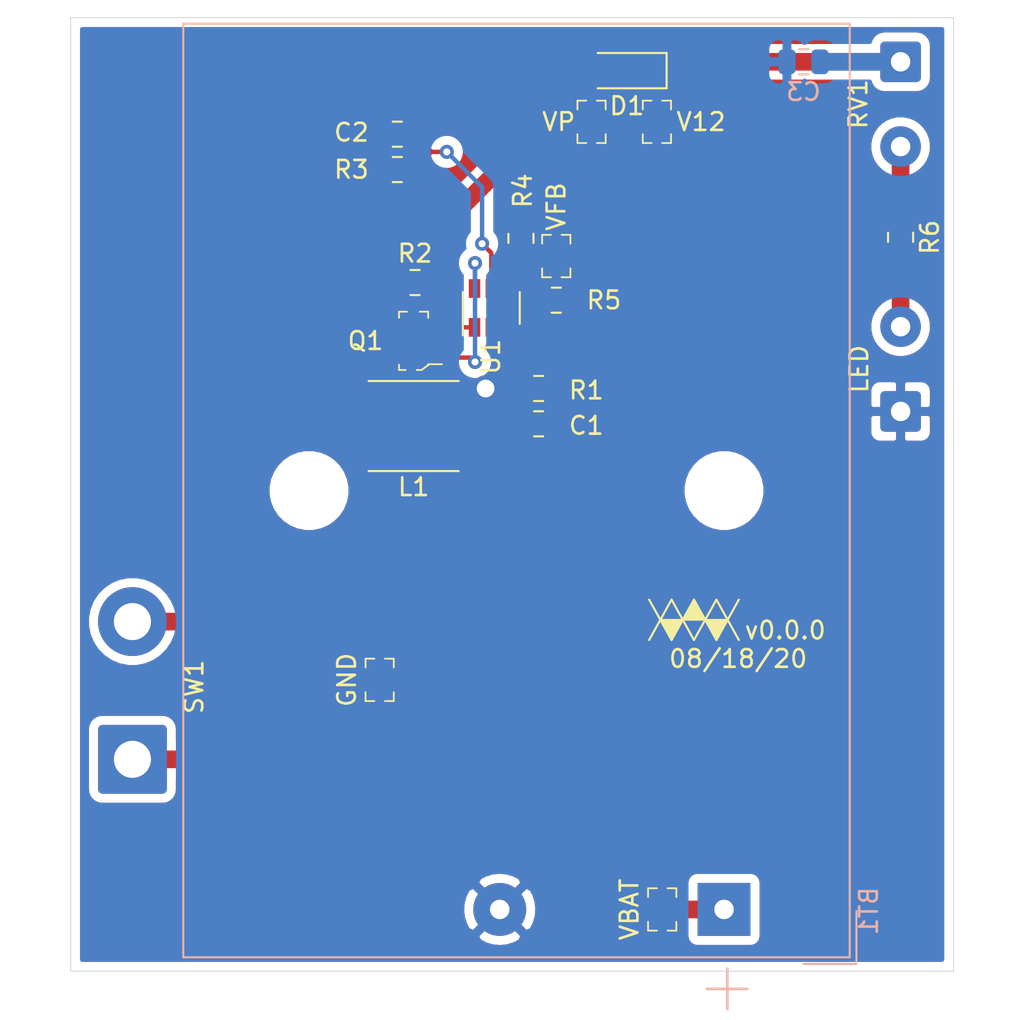
<source format=kicad_pcb>
(kicad_pcb (version 20171130) (host pcbnew "(5.1.6)-1")

  (general
    (thickness 1.6)
    (drawings 6)
    (tracks 62)
    (zones 0)
    (modules 23)
    (nets 12)
  )

  (page A4)
  (layers
    (0 F.Cu signal)
    (31 B.Cu signal)
    (32 B.Adhes user)
    (33 F.Adhes user)
    (34 B.Paste user)
    (35 F.Paste user)
    (36 B.SilkS user)
    (37 F.SilkS user)
    (38 B.Mask user)
    (39 F.Mask user)
    (40 Dwgs.User user)
    (41 Cmts.User user)
    (42 Eco1.User user)
    (43 Eco2.User user)
    (44 Edge.Cuts user)
    (45 Margin user)
    (46 B.CrtYd user)
    (47 F.CrtYd user)
    (48 B.Fab user)
    (49 F.Fab user)
  )

  (setup
    (last_trace_width 1)
    (user_trace_width 1)
    (trace_clearance 0.2)
    (zone_clearance 0.508)
    (zone_45_only no)
    (trace_min 0.2)
    (via_size 0.8)
    (via_drill 0.4)
    (via_min_size 0.4)
    (via_min_drill 0.3)
    (user_via 1.5 1)
    (uvia_size 0.3)
    (uvia_drill 0.1)
    (uvias_allowed no)
    (uvia_min_size 0.2)
    (uvia_min_drill 0.1)
    (edge_width 0.05)
    (segment_width 0.2)
    (pcb_text_width 0.3)
    (pcb_text_size 1.5 1.5)
    (mod_edge_width 0.12)
    (mod_text_size 1 1)
    (mod_text_width 0.15)
    (pad_size 1.524 1.524)
    (pad_drill 0.762)
    (pad_to_mask_clearance 0.05)
    (aux_axis_origin 0 0)
    (visible_elements 7FFFFFFF)
    (pcbplotparams
      (layerselection 0x010fc_ffffffff)
      (usegerberextensions false)
      (usegerberattributes true)
      (usegerberadvancedattributes true)
      (creategerberjobfile true)
      (excludeedgelayer true)
      (linewidth 0.100000)
      (plotframeref false)
      (viasonmask false)
      (mode 1)
      (useauxorigin false)
      (hpglpennumber 1)
      (hpglpenspeed 20)
      (hpglpendiameter 15.000000)
      (psnegative false)
      (psa4output false)
      (plotreference true)
      (plotvalue true)
      (plotinvisibletext false)
      (padsonsilk false)
      (subtractmaskfromsilk false)
      (outputformat 1)
      (mirror false)
      (drillshape 0)
      (scaleselection 1)
      (outputdirectory "gbr/"))
  )

  (net 0 "")
  (net 1 GND)
  (net 2 "Net-(BT1-Pad1)")
  (net 3 VIN)
  (net 4 "Net-(C2-Pad1)")
  (net 5 12V)
  (net 6 "Net-(D1-Pad2)")
  (net 7 "Net-(D2-Pad2)")
  (net 8 "Net-(Q1-Pad2)")
  (net 9 "Net-(R1-Pad2)")
  (net 10 "Net-(R6-Pad1)")
  (net 11 FB)

  (net_class Default "This is the default net class."
    (clearance 0.2)
    (trace_width 0.25)
    (via_dia 0.8)
    (via_drill 0.4)
    (uvia_dia 0.3)
    (uvia_drill 0.1)
    (add_net 12V)
    (add_net FB)
    (add_net GND)
    (add_net "Net-(BT1-Pad1)")
    (add_net "Net-(C2-Pad1)")
    (add_net "Net-(D1-Pad2)")
    (add_net "Net-(D2-Pad2)")
    (add_net "Net-(Q1-Pad2)")
    (add_net "Net-(R1-Pad2)")
    (add_net "Net-(R6-Pad1)")
    (add_net VIN)
  )

  (module Symbol:Logo_WM (layer F.Cu) (tedit 5EA02B73) (tstamp 5F3CFD4C)
    (at 147.3 91.1)
    (fp_text reference REF** (at 0 -2.286) (layer F.SilkS) hide
      (effects (font (size 1 1) (thickness 0.15)))
    )
    (fp_text value Logo_WM (at 0 2.032) (layer F.Fab)
      (effects (font (size 1 1) (thickness 0.15)))
    )
    (fp_line (start 0 -1.143) (end -0.635 0) (layer F.SilkS) (width 0.12))
    (fp_line (start -0.635 0) (end 0 1.143) (layer F.SilkS) (width 0.12))
    (fp_line (start 0 1.143) (end 0.635 0) (layer F.SilkS) (width 0.12))
    (fp_line (start 0.635 0) (end 0 -1.143) (layer F.SilkS) (width 0.12))
    (fp_line (start 1.905 0) (end 1.27 -1.143) (layer F.SilkS) (width 0.12))
    (fp_line (start 1.27 1.143) (end 1.905 0) (layer F.SilkS) (width 0.12))
    (fp_line (start 0.635 0) (end 1.27 1.143) (layer F.SilkS) (width 0.12))
    (fp_line (start 1.27 -1.143) (end 0.635 0) (layer F.SilkS) (width 0.12))
    (fp_line (start -1.27 1.143) (end -0.635 0) (layer F.SilkS) (width 0.12))
    (fp_line (start -1.27 -1.143) (end -1.905 0) (layer F.SilkS) (width 0.12))
    (fp_line (start -1.905 0) (end -1.27 1.143) (layer F.SilkS) (width 0.12))
    (fp_line (start -0.635 0) (end -1.27 -1.143) (layer F.SilkS) (width 0.12))
    (fp_line (start -1.905 0) (end -2.54 -1.143) (layer F.SilkS) (width 0.12))
    (fp_line (start -2.54 1.143) (end -1.905 0) (layer F.SilkS) (width 0.12))
    (fp_line (start 2.54 -1.143) (end 1.905 0) (layer F.SilkS) (width 0.12))
    (fp_line (start 1.905 0) (end 2.54 1.143) (layer F.SilkS) (width 0.12))
    (fp_poly (pts (xy -1.905 0) (xy -0.635 0) (xy -1.27 1.143)) (layer F.SilkS) (width 0.1))
    (fp_poly (pts (xy -0.635 0) (xy 0.635 0) (xy 0 -1.143)) (layer F.SilkS) (width 0.1))
    (fp_poly (pts (xy 0.635 0) (xy 1.905 0) (xy 1.27 1.143)) (layer F.SilkS) (width 0.1))
  )

  (module Package_TO_SOT_SMD:SOT-23-6 (layer F.Cu) (tedit 5A02FF57) (tstamp 5F3CCD71)
    (at 135.822 73.439 90)
    (descr "6-pin SOT-23 package")
    (tags SOT-23-6)
    (path /5F3C560B)
    (attr smd)
    (fp_text reference U1 (at -2.761 -0.022 90) (layer F.SilkS)
      (effects (font (size 1 1) (thickness 0.15)))
    )
    (fp_text value MCP1640CH (at 0 2.9 90) (layer F.Fab)
      (effects (font (size 1 1) (thickness 0.15)))
    )
    (fp_line (start 0.9 -1.55) (end 0.9 1.55) (layer F.Fab) (width 0.1))
    (fp_line (start 0.9 1.55) (end -0.9 1.55) (layer F.Fab) (width 0.1))
    (fp_line (start -0.9 -0.9) (end -0.9 1.55) (layer F.Fab) (width 0.1))
    (fp_line (start 0.9 -1.55) (end -0.25 -1.55) (layer F.Fab) (width 0.1))
    (fp_line (start -0.9 -0.9) (end -0.25 -1.55) (layer F.Fab) (width 0.1))
    (fp_line (start -1.9 -1.8) (end -1.9 1.8) (layer F.CrtYd) (width 0.05))
    (fp_line (start -1.9 1.8) (end 1.9 1.8) (layer F.CrtYd) (width 0.05))
    (fp_line (start 1.9 1.8) (end 1.9 -1.8) (layer F.CrtYd) (width 0.05))
    (fp_line (start 1.9 -1.8) (end -1.9 -1.8) (layer F.CrtYd) (width 0.05))
    (fp_line (start 0.9 -1.61) (end -1.55 -1.61) (layer F.SilkS) (width 0.12))
    (fp_line (start -0.9 1.61) (end 0.9 1.61) (layer F.SilkS) (width 0.12))
    (fp_text user %R (at 0 0) (layer F.Fab)
      (effects (font (size 0.5 0.5) (thickness 0.075)))
    )
    (pad 5 smd rect (at 1.1 0 90) (size 1.06 0.65) (layers F.Cu F.Paste F.Mask)
      (net 4 "Net-(C2-Pad1)"))
    (pad 6 smd rect (at 1.1 -0.95 90) (size 1.06 0.65) (layers F.Cu F.Paste F.Mask)
      (net 3 VIN))
    (pad 4 smd rect (at 1.1 0.95 90) (size 1.06 0.65) (layers F.Cu F.Paste F.Mask)
      (net 11 FB))
    (pad 3 smd rect (at -1.1 0.95 90) (size 1.06 0.65) (layers F.Cu F.Paste F.Mask)
      (net 9 "Net-(R1-Pad2)"))
    (pad 2 smd rect (at -1.1 0 90) (size 1.06 0.65) (layers F.Cu F.Paste F.Mask)
      (net 1 GND))
    (pad 1 smd rect (at -1.1 -0.95 90) (size 1.06 0.65) (layers F.Cu F.Paste F.Mask)
      (net 8 "Net-(Q1-Pad2)"))
    (model ${KISYS3DMOD}/Package_TO_SOT_SMD.3dshapes/SOT-23-6.wrl
      (at (xyz 0 0 0))
      (scale (xyz 1 1 1))
      (rotate (xyz 0 0 0))
    )
  )

  (module digikey-footprints:PROBE_PAD_0805 (layer F.Cu) (tedit 5D2895AE) (tstamp 5F3CCD5B)
    (at 145.2 62.9 270)
    (path /5F400332)
    (attr smd)
    (fp_text reference V12 (at 0 -2.5 180) (layer F.SilkS)
      (effects (font (size 1 1) (thickness 0.15)))
    )
    (fp_text value RCT-0C (at 0 1.72 90) (layer F.Fab)
      (effects (font (size 1 1) (thickness 0.15)))
    )
    (fp_line (start -1 0.625) (end 1 0.625) (layer F.Fab) (width 0.1))
    (fp_line (start 1 0.625) (end 1 -0.625) (layer F.Fab) (width 0.1))
    (fp_line (start -1 0.625) (end -1 -0.625) (layer F.Fab) (width 0.1))
    (fp_line (start -1 -0.625) (end 1 -0.625) (layer F.Fab) (width 0.1))
    (fp_line (start 1.2 -0.8) (end 0.7 -0.8) (layer F.SilkS) (width 0.1))
    (fp_line (start 1.2 -0.8) (end 1.2 -0.3) (layer F.SilkS) (width 0.1))
    (fp_line (start -1.2 -0.8) (end -0.7 -0.8) (layer F.SilkS) (width 0.1))
    (fp_line (start -1.2 -0.8) (end -1.2 -0.3) (layer F.SilkS) (width 0.1))
    (fp_line (start -1.2 0.8) (end -0.7 0.8) (layer F.SilkS) (width 0.1))
    (fp_line (start -1.2 0.3) (end -1.2 0.8) (layer F.SilkS) (width 0.1))
    (fp_line (start 1.2 0.8) (end 0.7 0.8) (layer F.SilkS) (width 0.1))
    (fp_line (start 1.2 0.8) (end 1.2 0.3) (layer F.SilkS) (width 0.1))
    (fp_line (start 1.35 -0.98) (end -1.35 -0.98) (layer F.CrtYd) (width 0.05))
    (fp_line (start 1.35 -0.98) (end 1.35 0.98) (layer F.CrtYd) (width 0.05))
    (fp_line (start 1.35 0.98) (end -1.35 0.98) (layer F.CrtYd) (width 0.05))
    (fp_line (start -1.35 -0.98) (end -1.35 0.98) (layer F.CrtYd) (width 0.05))
    (fp_text user %R (at 0 0 90) (layer F.Fab)
      (effects (font (size 0.4 0.4) (thickness 0.04)))
    )
    (pad 1 smd rect (at 0 0 270) (size 2.2 1.45) (layers F.Cu F.Paste F.Mask)
      (net 5 12V))
  )

  (module digikey-footprints:PROBE_PAD_0805 (layer F.Cu) (tedit 5D2895AE) (tstamp 5F3CCD45)
    (at 139.5 70.5 90)
    (path /5F4026BF)
    (attr smd)
    (fp_text reference VFB (at 2.8 0 90) (layer F.SilkS)
      (effects (font (size 1 1) (thickness 0.15)))
    )
    (fp_text value RCT-0C (at 0 1.72 90) (layer F.Fab)
      (effects (font (size 1 1) (thickness 0.15)))
    )
    (fp_line (start -1 0.625) (end 1 0.625) (layer F.Fab) (width 0.1))
    (fp_line (start 1 0.625) (end 1 -0.625) (layer F.Fab) (width 0.1))
    (fp_line (start -1 0.625) (end -1 -0.625) (layer F.Fab) (width 0.1))
    (fp_line (start -1 -0.625) (end 1 -0.625) (layer F.Fab) (width 0.1))
    (fp_line (start 1.2 -0.8) (end 0.7 -0.8) (layer F.SilkS) (width 0.1))
    (fp_line (start 1.2 -0.8) (end 1.2 -0.3) (layer F.SilkS) (width 0.1))
    (fp_line (start -1.2 -0.8) (end -0.7 -0.8) (layer F.SilkS) (width 0.1))
    (fp_line (start -1.2 -0.8) (end -1.2 -0.3) (layer F.SilkS) (width 0.1))
    (fp_line (start -1.2 0.8) (end -0.7 0.8) (layer F.SilkS) (width 0.1))
    (fp_line (start -1.2 0.3) (end -1.2 0.8) (layer F.SilkS) (width 0.1))
    (fp_line (start 1.2 0.8) (end 0.7 0.8) (layer F.SilkS) (width 0.1))
    (fp_line (start 1.2 0.8) (end 1.2 0.3) (layer F.SilkS) (width 0.1))
    (fp_line (start 1.35 -0.98) (end -1.35 -0.98) (layer F.CrtYd) (width 0.05))
    (fp_line (start 1.35 -0.98) (end 1.35 0.98) (layer F.CrtYd) (width 0.05))
    (fp_line (start 1.35 0.98) (end -1.35 0.98) (layer F.CrtYd) (width 0.05))
    (fp_line (start -1.35 -0.98) (end -1.35 0.98) (layer F.CrtYd) (width 0.05))
    (fp_text user %R (at 0 0 90) (layer F.Fab)
      (effects (font (size 0.4 0.4) (thickness 0.04)))
    )
    (pad 1 smd rect (at 0 0 90) (size 2.2 1.45) (layers F.Cu F.Paste F.Mask)
      (net 11 FB))
  )

  (module digikey-footprints:PROBE_PAD_0805 (layer F.Cu) (tedit 5D2895AE) (tstamp 5F3CCD2F)
    (at 129.5 94.5 90)
    (path /5F3FA7C5)
    (attr smd)
    (fp_text reference GND (at 0 -1.86 90) (layer F.SilkS)
      (effects (font (size 1 1) (thickness 0.15)))
    )
    (fp_text value RCT-0C (at 0 1.72 90) (layer F.Fab)
      (effects (font (size 1 1) (thickness 0.15)))
    )
    (fp_line (start -1 0.625) (end 1 0.625) (layer F.Fab) (width 0.1))
    (fp_line (start 1 0.625) (end 1 -0.625) (layer F.Fab) (width 0.1))
    (fp_line (start -1 0.625) (end -1 -0.625) (layer F.Fab) (width 0.1))
    (fp_line (start -1 -0.625) (end 1 -0.625) (layer F.Fab) (width 0.1))
    (fp_line (start 1.2 -0.8) (end 0.7 -0.8) (layer F.SilkS) (width 0.1))
    (fp_line (start 1.2 -0.8) (end 1.2 -0.3) (layer F.SilkS) (width 0.1))
    (fp_line (start -1.2 -0.8) (end -0.7 -0.8) (layer F.SilkS) (width 0.1))
    (fp_line (start -1.2 -0.8) (end -1.2 -0.3) (layer F.SilkS) (width 0.1))
    (fp_line (start -1.2 0.8) (end -0.7 0.8) (layer F.SilkS) (width 0.1))
    (fp_line (start -1.2 0.3) (end -1.2 0.8) (layer F.SilkS) (width 0.1))
    (fp_line (start 1.2 0.8) (end 0.7 0.8) (layer F.SilkS) (width 0.1))
    (fp_line (start 1.2 0.8) (end 1.2 0.3) (layer F.SilkS) (width 0.1))
    (fp_line (start 1.35 -0.98) (end -1.35 -0.98) (layer F.CrtYd) (width 0.05))
    (fp_line (start 1.35 -0.98) (end 1.35 0.98) (layer F.CrtYd) (width 0.05))
    (fp_line (start 1.35 0.98) (end -1.35 0.98) (layer F.CrtYd) (width 0.05))
    (fp_line (start -1.35 -0.98) (end -1.35 0.98) (layer F.CrtYd) (width 0.05))
    (fp_text user %R (at 0 0 90) (layer F.Fab)
      (effects (font (size 0.4 0.4) (thickness 0.04)))
    )
    (pad 1 smd rect (at 0 0 90) (size 2.2 1.45) (layers F.Cu F.Paste F.Mask)
      (net 1 GND))
  )

  (module digikey-footprints:PROBE_PAD_0805 (layer F.Cu) (tedit 5D2895AE) (tstamp 5F3CCD19)
    (at 141.5 62.9 90)
    (path /5F3FD9E5)
    (attr smd)
    (fp_text reference VP (at 0 -1.86 180) (layer F.SilkS)
      (effects (font (size 1 1) (thickness 0.15)))
    )
    (fp_text value RCT-0C (at 0 1.72 90) (layer F.Fab)
      (effects (font (size 1 1) (thickness 0.15)))
    )
    (fp_line (start -1 0.625) (end 1 0.625) (layer F.Fab) (width 0.1))
    (fp_line (start 1 0.625) (end 1 -0.625) (layer F.Fab) (width 0.1))
    (fp_line (start -1 0.625) (end -1 -0.625) (layer F.Fab) (width 0.1))
    (fp_line (start -1 -0.625) (end 1 -0.625) (layer F.Fab) (width 0.1))
    (fp_line (start 1.2 -0.8) (end 0.7 -0.8) (layer F.SilkS) (width 0.1))
    (fp_line (start 1.2 -0.8) (end 1.2 -0.3) (layer F.SilkS) (width 0.1))
    (fp_line (start -1.2 -0.8) (end -0.7 -0.8) (layer F.SilkS) (width 0.1))
    (fp_line (start -1.2 -0.8) (end -1.2 -0.3) (layer F.SilkS) (width 0.1))
    (fp_line (start -1.2 0.8) (end -0.7 0.8) (layer F.SilkS) (width 0.1))
    (fp_line (start -1.2 0.3) (end -1.2 0.8) (layer F.SilkS) (width 0.1))
    (fp_line (start 1.2 0.8) (end 0.7 0.8) (layer F.SilkS) (width 0.1))
    (fp_line (start 1.2 0.8) (end 1.2 0.3) (layer F.SilkS) (width 0.1))
    (fp_line (start 1.35 -0.98) (end -1.35 -0.98) (layer F.CrtYd) (width 0.05))
    (fp_line (start 1.35 -0.98) (end 1.35 0.98) (layer F.CrtYd) (width 0.05))
    (fp_line (start 1.35 0.98) (end -1.35 0.98) (layer F.CrtYd) (width 0.05))
    (fp_line (start -1.35 -0.98) (end -1.35 0.98) (layer F.CrtYd) (width 0.05))
    (fp_text user %R (at 0 0 90) (layer F.Fab)
      (effects (font (size 0.4 0.4) (thickness 0.04)))
    )
    (pad 1 smd rect (at 0 0 90) (size 2.2 1.45) (layers F.Cu F.Paste F.Mask)
      (net 6 "Net-(D1-Pad2)"))
  )

  (module digikey-footprints:PROBE_PAD_0805 (layer F.Cu) (tedit 5D2895AE) (tstamp 5F3CCD03)
    (at 145.5 107.5 90)
    (path /5F3F2BA6)
    (attr smd)
    (fp_text reference VBAT (at 0 -1.86 90) (layer F.SilkS)
      (effects (font (size 1 1) (thickness 0.15)))
    )
    (fp_text value RCT-0C (at 0 1.72 90) (layer F.Fab)
      (effects (font (size 1 1) (thickness 0.15)))
    )
    (fp_line (start -1 0.625) (end 1 0.625) (layer F.Fab) (width 0.1))
    (fp_line (start 1 0.625) (end 1 -0.625) (layer F.Fab) (width 0.1))
    (fp_line (start -1 0.625) (end -1 -0.625) (layer F.Fab) (width 0.1))
    (fp_line (start -1 -0.625) (end 1 -0.625) (layer F.Fab) (width 0.1))
    (fp_line (start 1.2 -0.8) (end 0.7 -0.8) (layer F.SilkS) (width 0.1))
    (fp_line (start 1.2 -0.8) (end 1.2 -0.3) (layer F.SilkS) (width 0.1))
    (fp_line (start -1.2 -0.8) (end -0.7 -0.8) (layer F.SilkS) (width 0.1))
    (fp_line (start -1.2 -0.8) (end -1.2 -0.3) (layer F.SilkS) (width 0.1))
    (fp_line (start -1.2 0.8) (end -0.7 0.8) (layer F.SilkS) (width 0.1))
    (fp_line (start -1.2 0.3) (end -1.2 0.8) (layer F.SilkS) (width 0.1))
    (fp_line (start 1.2 0.8) (end 0.7 0.8) (layer F.SilkS) (width 0.1))
    (fp_line (start 1.2 0.8) (end 1.2 0.3) (layer F.SilkS) (width 0.1))
    (fp_line (start 1.35 -0.98) (end -1.35 -0.98) (layer F.CrtYd) (width 0.05))
    (fp_line (start 1.35 -0.98) (end 1.35 0.98) (layer F.CrtYd) (width 0.05))
    (fp_line (start 1.35 0.98) (end -1.35 0.98) (layer F.CrtYd) (width 0.05))
    (fp_line (start -1.35 -0.98) (end -1.35 0.98) (layer F.CrtYd) (width 0.05))
    (fp_text user %R (at 0 0 90) (layer F.Fab)
      (effects (font (size 0.4 0.4) (thickness 0.04)))
    )
    (pad 1 smd rect (at 0 0 90) (size 2.2 1.45) (layers F.Cu F.Paste F.Mask)
      (net 2 "Net-(BT1-Pad1)"))
  )

  (module Connector_Wire:SolderWire-1.5sqmm_1x02_P7.8mm_D1.7mm_OD3.9mm (layer F.Cu) (tedit 5EB70B45) (tstamp 5F3CCCED)
    (at 115.5 99 90)
    (descr "Soldered wire connection, for 2 times 1.5 mm² wires, reinforced insulation, conductor diameter 1.7mm, outer diameter 3.9mm, size source Multi-Contact FLEXI-xV 1.5 (https://ec.staubli.com/AcroFiles/Catalogues/TM_Cab-Main-11014119_(en)_hi.pdf), bend radius 3 times outer diameter, generated with kicad-footprint-generator")
    (tags "connector wire 1.5sqmm")
    (path /5F3CDFCE)
    (attr virtual)
    (fp_text reference SW1 (at 4.1 3.5 90) (layer F.SilkS)
      (effects (font (size 1 1) (thickness 0.15)))
    )
    (fp_text value SW_SPST (at 3.9 3.15 90) (layer F.Fab)
      (effects (font (size 1 1) (thickness 0.15)))
    )
    (fp_line (start 10.5 -2.45) (end 5.1 -2.45) (layer F.CrtYd) (width 0.05))
    (fp_line (start 10.5 2.45) (end 10.5 -2.45) (layer F.CrtYd) (width 0.05))
    (fp_line (start 5.1 2.45) (end 10.5 2.45) (layer F.CrtYd) (width 0.05))
    (fp_line (start 5.1 -2.45) (end 5.1 2.45) (layer F.CrtYd) (width 0.05))
    (fp_line (start 2.7 -2.45) (end -2.7 -2.45) (layer F.CrtYd) (width 0.05))
    (fp_line (start 2.7 2.45) (end 2.7 -2.45) (layer F.CrtYd) (width 0.05))
    (fp_line (start -2.7 2.45) (end 2.7 2.45) (layer F.CrtYd) (width 0.05))
    (fp_line (start -2.7 -2.45) (end -2.7 2.45) (layer F.CrtYd) (width 0.05))
    (fp_circle (center 7.8 0) (end 9.75 0) (layer F.Fab) (width 0.1))
    (fp_circle (center 0 0) (end 1.95 0) (layer F.Fab) (width 0.1))
    (fp_text user %R (at 3.9 0) (layer F.Fab)
      (effects (font (size 1 1) (thickness 0.15)))
    )
    (pad 2 thru_hole circle (at 7.8 0 90) (size 3.9 3.9) (drill 2.1) (layers *.Cu *.Mask)
      (net 3 VIN))
    (pad 1 thru_hole roundrect (at 0 0 90) (size 3.9 3.9) (drill 2.1) (layers *.Cu *.Mask) (roundrect_rratio 0.06410299999999999)
      (net 2 "Net-(BT1-Pad1)"))
    (model ${KISYS3DMOD}/Connector_Wire.3dshapes/SolderWire-1.5sqmm_1x02_P7.8mm_D1.7mm_OD3.9mm.wrl
      (at (xyz 0 0 0))
      (scale (xyz 1 1 1))
      (rotate (xyz 0 0 0))
    )
  )

  (module Connector_Wire:SolderWire-0.5sqmm_1x02_P4.8mm_D0.9mm_OD2.3mm (layer F.Cu) (tedit 5EB70B44) (tstamp 5F3CCCDC)
    (at 159 59.5 270)
    (descr "Soldered wire connection, for 2 times 0.5 mm² wires, reinforced insulation, conductor diameter 0.9mm, outer diameter 2.3mm, size source Multi-Contact FLEXI-xV 0.5 (https://ec.staubli.com/AcroFiles/Catalogues/TM_Cab-Main-11014119_(en)_hi.pdf), bend radius 3 times outer diameter, generated with kicad-footprint-generator")
    (tags "connector wire 0.5sqmm")
    (path /5F3E8D53)
    (attr virtual)
    (fp_text reference RV1 (at 2.4 2.4 90) (layer F.SilkS)
      (effects (font (size 1 1) (thickness 0.15)))
    )
    (fp_text value R_POT (at 2.4 2.35 90) (layer F.Fab)
      (effects (font (size 1 1) (thickness 0.15)))
    )
    (fp_line (start 6.7 -1.65) (end 2.9 -1.65) (layer F.CrtYd) (width 0.05))
    (fp_line (start 6.7 1.65) (end 6.7 -1.65) (layer F.CrtYd) (width 0.05))
    (fp_line (start 2.9 1.65) (end 6.7 1.65) (layer F.CrtYd) (width 0.05))
    (fp_line (start 2.9 -1.65) (end 2.9 1.65) (layer F.CrtYd) (width 0.05))
    (fp_line (start 1.9 -1.65) (end -1.9 -1.65) (layer F.CrtYd) (width 0.05))
    (fp_line (start 1.9 1.65) (end 1.9 -1.65) (layer F.CrtYd) (width 0.05))
    (fp_line (start -1.9 1.65) (end 1.9 1.65) (layer F.CrtYd) (width 0.05))
    (fp_line (start -1.9 -1.65) (end -1.9 1.65) (layer F.CrtYd) (width 0.05))
    (fp_circle (center 4.8 0) (end 5.95 0) (layer F.Fab) (width 0.1))
    (fp_circle (center 0 0) (end 1.15 0) (layer F.Fab) (width 0.1))
    (fp_text user %R (at 2.4 0) (layer F.Fab)
      (effects (font (size 0.82 0.82) (thickness 0.12)))
    )
    (pad 2 thru_hole circle (at 4.8 0 270) (size 2.3 2.3) (drill 1.1) (layers *.Cu *.Mask)
      (net 10 "Net-(R6-Pad1)"))
    (pad 1 thru_hole roundrect (at 0 0 270) (size 2.3 2.3) (drill 1.1) (layers *.Cu *.Mask) (roundrect_rratio 0.108696)
      (net 5 12V))
    (model ${KISYS3DMOD}/Connector_Wire.3dshapes/SolderWire-0.5sqmm_1x02_P4.8mm_D0.9mm_OD2.3mm.wrl
      (at (xyz 0 0 0))
      (scale (xyz 1 1 1))
      (rotate (xyz 0 0 0))
    )
  )

  (module Resistor_SMD:R_0805_2012Metric (layer F.Cu) (tedit 5B36C52B) (tstamp 5F3CCCCB)
    (at 159 69.4375 270)
    (descr "Resistor SMD 0805 (2012 Metric), square (rectangular) end terminal, IPC_7351 nominal, (Body size source: https://docs.google.com/spreadsheets/d/1BsfQQcO9C6DZCsRaXUlFlo91Tg2WpOkGARC1WS5S8t0/edit?usp=sharing), generated with kicad-footprint-generator")
    (tags resistor)
    (path /5F3EA2A5)
    (attr smd)
    (fp_text reference R6 (at 0 -1.65 90) (layer F.SilkS)
      (effects (font (size 1 1) (thickness 0.15)))
    )
    (fp_text value 10R (at 0 1.65 90) (layer F.Fab)
      (effects (font (size 1 1) (thickness 0.15)))
    )
    (fp_line (start 1.68 0.95) (end -1.68 0.95) (layer F.CrtYd) (width 0.05))
    (fp_line (start 1.68 -0.95) (end 1.68 0.95) (layer F.CrtYd) (width 0.05))
    (fp_line (start -1.68 -0.95) (end 1.68 -0.95) (layer F.CrtYd) (width 0.05))
    (fp_line (start -1.68 0.95) (end -1.68 -0.95) (layer F.CrtYd) (width 0.05))
    (fp_line (start -0.258578 0.71) (end 0.258578 0.71) (layer F.SilkS) (width 0.12))
    (fp_line (start -0.258578 -0.71) (end 0.258578 -0.71) (layer F.SilkS) (width 0.12))
    (fp_line (start 1 0.6) (end -1 0.6) (layer F.Fab) (width 0.1))
    (fp_line (start 1 -0.6) (end 1 0.6) (layer F.Fab) (width 0.1))
    (fp_line (start -1 -0.6) (end 1 -0.6) (layer F.Fab) (width 0.1))
    (fp_line (start -1 0.6) (end -1 -0.6) (layer F.Fab) (width 0.1))
    (fp_text user %R (at 0 0 90) (layer F.Fab)
      (effects (font (size 0.5 0.5) (thickness 0.08)))
    )
    (pad 2 smd roundrect (at 0.9375 0 270) (size 0.975 1.4) (layers F.Cu F.Paste F.Mask) (roundrect_rratio 0.25)
      (net 7 "Net-(D2-Pad2)"))
    (pad 1 smd roundrect (at -0.9375 0 270) (size 0.975 1.4) (layers F.Cu F.Paste F.Mask) (roundrect_rratio 0.25)
      (net 10 "Net-(R6-Pad1)"))
    (model ${KISYS3DMOD}/Resistor_SMD.3dshapes/R_0805_2012Metric.wrl
      (at (xyz 0 0 0))
      (scale (xyz 1 1 1))
      (rotate (xyz 0 0 0))
    )
  )

  (module Resistor_SMD:R_0805_2012Metric (layer F.Cu) (tedit 5B36C52B) (tstamp 5F3CCCBA)
    (at 139.5 73)
    (descr "Resistor SMD 0805 (2012 Metric), square (rectangular) end terminal, IPC_7351 nominal, (Body size source: https://docs.google.com/spreadsheets/d/1BsfQQcO9C6DZCsRaXUlFlo91Tg2WpOkGARC1WS5S8t0/edit?usp=sharing), generated with kicad-footprint-generator")
    (tags resistor)
    (path /5F3D346D)
    (attr smd)
    (fp_text reference R5 (at 2.7 0) (layer F.SilkS)
      (effects (font (size 1 1) (thickness 0.15)))
    )
    (fp_text value 180kR (at 0 1.65) (layer F.Fab)
      (effects (font (size 1 1) (thickness 0.15)))
    )
    (fp_line (start 1.68 0.95) (end -1.68 0.95) (layer F.CrtYd) (width 0.05))
    (fp_line (start 1.68 -0.95) (end 1.68 0.95) (layer F.CrtYd) (width 0.05))
    (fp_line (start -1.68 -0.95) (end 1.68 -0.95) (layer F.CrtYd) (width 0.05))
    (fp_line (start -1.68 0.95) (end -1.68 -0.95) (layer F.CrtYd) (width 0.05))
    (fp_line (start -0.258578 0.71) (end 0.258578 0.71) (layer F.SilkS) (width 0.12))
    (fp_line (start -0.258578 -0.71) (end 0.258578 -0.71) (layer F.SilkS) (width 0.12))
    (fp_line (start 1 0.6) (end -1 0.6) (layer F.Fab) (width 0.1))
    (fp_line (start 1 -0.6) (end 1 0.6) (layer F.Fab) (width 0.1))
    (fp_line (start -1 -0.6) (end 1 -0.6) (layer F.Fab) (width 0.1))
    (fp_line (start -1 0.6) (end -1 -0.6) (layer F.Fab) (width 0.1))
    (fp_text user %R (at 0 0) (layer F.Fab)
      (effects (font (size 0.5 0.5) (thickness 0.08)))
    )
    (pad 2 smd roundrect (at 0.9375 0) (size 0.975 1.4) (layers F.Cu F.Paste F.Mask) (roundrect_rratio 0.25)
      (net 1 GND))
    (pad 1 smd roundrect (at -0.9375 0) (size 0.975 1.4) (layers F.Cu F.Paste F.Mask) (roundrect_rratio 0.25)
      (net 11 FB))
    (model ${KISYS3DMOD}/Resistor_SMD.3dshapes/R_0805_2012Metric.wrl
      (at (xyz 0 0 0))
      (scale (xyz 1 1 1))
      (rotate (xyz 0 0 0))
    )
  )

  (module Resistor_SMD:R_0805_2012Metric (layer F.Cu) (tedit 5B36C52B) (tstamp 5F3CCCA9)
    (at 137.5 69.5 270)
    (descr "Resistor SMD 0805 (2012 Metric), square (rectangular) end terminal, IPC_7351 nominal, (Body size source: https://docs.google.com/spreadsheets/d/1BsfQQcO9C6DZCsRaXUlFlo91Tg2WpOkGARC1WS5S8t0/edit?usp=sharing), generated with kicad-footprint-generator")
    (tags resistor)
    (path /5F3C9209)
    (attr smd)
    (fp_text reference R4 (at -2.7 -0.1 90) (layer F.SilkS)
      (effects (font (size 1 1) (thickness 0.15)))
    )
    (fp_text value 1M6R (at 0 1.65 90) (layer F.Fab)
      (effects (font (size 1 1) (thickness 0.15)))
    )
    (fp_line (start 1.68 0.95) (end -1.68 0.95) (layer F.CrtYd) (width 0.05))
    (fp_line (start 1.68 -0.95) (end 1.68 0.95) (layer F.CrtYd) (width 0.05))
    (fp_line (start -1.68 -0.95) (end 1.68 -0.95) (layer F.CrtYd) (width 0.05))
    (fp_line (start -1.68 0.95) (end -1.68 -0.95) (layer F.CrtYd) (width 0.05))
    (fp_line (start -0.258578 0.71) (end 0.258578 0.71) (layer F.SilkS) (width 0.12))
    (fp_line (start -0.258578 -0.71) (end 0.258578 -0.71) (layer F.SilkS) (width 0.12))
    (fp_line (start 1 0.6) (end -1 0.6) (layer F.Fab) (width 0.1))
    (fp_line (start 1 -0.6) (end 1 0.6) (layer F.Fab) (width 0.1))
    (fp_line (start -1 -0.6) (end 1 -0.6) (layer F.Fab) (width 0.1))
    (fp_line (start -1 0.6) (end -1 -0.6) (layer F.Fab) (width 0.1))
    (fp_text user %R (at 0 0 90) (layer F.Fab)
      (effects (font (size 0.5 0.5) (thickness 0.08)))
    )
    (pad 2 smd roundrect (at 0.9375 0 270) (size 0.975 1.4) (layers F.Cu F.Paste F.Mask) (roundrect_rratio 0.25)
      (net 11 FB))
    (pad 1 smd roundrect (at -0.9375 0 270) (size 0.975 1.4) (layers F.Cu F.Paste F.Mask) (roundrect_rratio 0.25)
      (net 5 12V))
    (model ${KISYS3DMOD}/Resistor_SMD.3dshapes/R_0805_2012Metric.wrl
      (at (xyz 0 0 0))
      (scale (xyz 1 1 1))
      (rotate (xyz 0 0 0))
    )
  )

  (module Resistor_SMD:R_0805_2012Metric (layer F.Cu) (tedit 5B36C52B) (tstamp 5F3CCC98)
    (at 130.5 65.6 180)
    (descr "Resistor SMD 0805 (2012 Metric), square (rectangular) end terminal, IPC_7351 nominal, (Body size source: https://docs.google.com/spreadsheets/d/1BsfQQcO9C6DZCsRaXUlFlo91Tg2WpOkGARC1WS5S8t0/edit?usp=sharing), generated with kicad-footprint-generator")
    (tags resistor)
    (path /5F3DAF49)
    (attr smd)
    (fp_text reference R3 (at 2.6 0) (layer F.SilkS)
      (effects (font (size 1 1) (thickness 0.15)))
    )
    (fp_text value 2kR (at 0 1.65) (layer F.Fab)
      (effects (font (size 1 1) (thickness 0.15)))
    )
    (fp_line (start 1.68 0.95) (end -1.68 0.95) (layer F.CrtYd) (width 0.05))
    (fp_line (start 1.68 -0.95) (end 1.68 0.95) (layer F.CrtYd) (width 0.05))
    (fp_line (start -1.68 -0.95) (end 1.68 -0.95) (layer F.CrtYd) (width 0.05))
    (fp_line (start -1.68 0.95) (end -1.68 -0.95) (layer F.CrtYd) (width 0.05))
    (fp_line (start -0.258578 0.71) (end 0.258578 0.71) (layer F.SilkS) (width 0.12))
    (fp_line (start -0.258578 -0.71) (end 0.258578 -0.71) (layer F.SilkS) (width 0.12))
    (fp_line (start 1 0.6) (end -1 0.6) (layer F.Fab) (width 0.1))
    (fp_line (start 1 -0.6) (end 1 0.6) (layer F.Fab) (width 0.1))
    (fp_line (start -1 -0.6) (end 1 -0.6) (layer F.Fab) (width 0.1))
    (fp_line (start -1 0.6) (end -1 -0.6) (layer F.Fab) (width 0.1))
    (fp_text user %R (at 0 0) (layer F.Fab)
      (effects (font (size 0.5 0.5) (thickness 0.08)))
    )
    (pad 2 smd roundrect (at 0.9375 0 180) (size 0.975 1.4) (layers F.Cu F.Paste F.Mask) (roundrect_rratio 0.25)
      (net 1 GND))
    (pad 1 smd roundrect (at -0.9375 0 180) (size 0.975 1.4) (layers F.Cu F.Paste F.Mask) (roundrect_rratio 0.25)
      (net 4 "Net-(C2-Pad1)"))
    (model ${KISYS3DMOD}/Resistor_SMD.3dshapes/R_0805_2012Metric.wrl
      (at (xyz 0 0 0))
      (scale (xyz 1 1 1))
      (rotate (xyz 0 0 0))
    )
  )

  (module Resistor_SMD:R_0805_2012Metric (layer F.Cu) (tedit 5B36C52B) (tstamp 5F3CCC87)
    (at 131.5 72)
    (descr "Resistor SMD 0805 (2012 Metric), square (rectangular) end terminal, IPC_7351 nominal, (Body size source: https://docs.google.com/spreadsheets/d/1BsfQQcO9C6DZCsRaXUlFlo91Tg2WpOkGARC1WS5S8t0/edit?usp=sharing), generated with kicad-footprint-generator")
    (tags resistor)
    (path /5F3D06B0)
    (attr smd)
    (fp_text reference R2 (at 0 -1.65) (layer F.SilkS)
      (effects (font (size 1 1) (thickness 0.15)))
    )
    (fp_text value 300R (at 0 1.65) (layer F.Fab)
      (effects (font (size 1 1) (thickness 0.15)))
    )
    (fp_line (start 1.68 0.95) (end -1.68 0.95) (layer F.CrtYd) (width 0.05))
    (fp_line (start 1.68 -0.95) (end 1.68 0.95) (layer F.CrtYd) (width 0.05))
    (fp_line (start -1.68 -0.95) (end 1.68 -0.95) (layer F.CrtYd) (width 0.05))
    (fp_line (start -1.68 0.95) (end -1.68 -0.95) (layer F.CrtYd) (width 0.05))
    (fp_line (start -0.258578 0.71) (end 0.258578 0.71) (layer F.SilkS) (width 0.12))
    (fp_line (start -0.258578 -0.71) (end 0.258578 -0.71) (layer F.SilkS) (width 0.12))
    (fp_line (start 1 0.6) (end -1 0.6) (layer F.Fab) (width 0.1))
    (fp_line (start 1 -0.6) (end 1 0.6) (layer F.Fab) (width 0.1))
    (fp_line (start -1 -0.6) (end 1 -0.6) (layer F.Fab) (width 0.1))
    (fp_line (start -1 0.6) (end -1 -0.6) (layer F.Fab) (width 0.1))
    (fp_text user %R (at 0 0) (layer F.Fab)
      (effects (font (size 0.5 0.5) (thickness 0.08)))
    )
    (pad 2 smd roundrect (at 0.9375 0) (size 0.975 1.4) (layers F.Cu F.Paste F.Mask) (roundrect_rratio 0.25)
      (net 8 "Net-(Q1-Pad2)"))
    (pad 1 smd roundrect (at -0.9375 0) (size 0.975 1.4) (layers F.Cu F.Paste F.Mask) (roundrect_rratio 0.25)
      (net 6 "Net-(D1-Pad2)"))
    (model ${KISYS3DMOD}/Resistor_SMD.3dshapes/R_0805_2012Metric.wrl
      (at (xyz 0 0 0))
      (scale (xyz 1 1 1))
      (rotate (xyz 0 0 0))
    )
  )

  (module Resistor_SMD:R_0805_2012Metric (layer F.Cu) (tedit 5B36C52B) (tstamp 5F3CCC76)
    (at 138.5 78)
    (descr "Resistor SMD 0805 (2012 Metric), square (rectangular) end terminal, IPC_7351 nominal, (Body size source: https://docs.google.com/spreadsheets/d/1BsfQQcO9C6DZCsRaXUlFlo91Tg2WpOkGARC1WS5S8t0/edit?usp=sharing), generated with kicad-footprint-generator")
    (tags resistor)
    (path /5F3D2E16)
    (attr smd)
    (fp_text reference R1 (at 2.7 0.1) (layer F.SilkS)
      (effects (font (size 1 1) (thickness 0.15)))
    )
    (fp_text value 10kR (at 0 1.65) (layer F.Fab)
      (effects (font (size 1 1) (thickness 0.15)))
    )
    (fp_line (start 1.68 0.95) (end -1.68 0.95) (layer F.CrtYd) (width 0.05))
    (fp_line (start 1.68 -0.95) (end 1.68 0.95) (layer F.CrtYd) (width 0.05))
    (fp_line (start -1.68 -0.95) (end 1.68 -0.95) (layer F.CrtYd) (width 0.05))
    (fp_line (start -1.68 0.95) (end -1.68 -0.95) (layer F.CrtYd) (width 0.05))
    (fp_line (start -0.258578 0.71) (end 0.258578 0.71) (layer F.SilkS) (width 0.12))
    (fp_line (start -0.258578 -0.71) (end 0.258578 -0.71) (layer F.SilkS) (width 0.12))
    (fp_line (start 1 0.6) (end -1 0.6) (layer F.Fab) (width 0.1))
    (fp_line (start 1 -0.6) (end 1 0.6) (layer F.Fab) (width 0.1))
    (fp_line (start -1 -0.6) (end 1 -0.6) (layer F.Fab) (width 0.1))
    (fp_line (start -1 0.6) (end -1 -0.6) (layer F.Fab) (width 0.1))
    (fp_text user %R (at 0 0) (layer F.Fab)
      (effects (font (size 0.5 0.5) (thickness 0.08)))
    )
    (pad 2 smd roundrect (at 0.9375 0) (size 0.975 1.4) (layers F.Cu F.Paste F.Mask) (roundrect_rratio 0.25)
      (net 9 "Net-(R1-Pad2)"))
    (pad 1 smd roundrect (at -0.9375 0) (size 0.975 1.4) (layers F.Cu F.Paste F.Mask) (roundrect_rratio 0.25)
      (net 3 VIN))
    (model ${KISYS3DMOD}/Resistor_SMD.3dshapes/R_0805_2012Metric.wrl
      (at (xyz 0 0 0))
      (scale (xyz 1 1 1))
      (rotate (xyz 0 0 0))
    )
  )

  (module digikey-footprints:SOT-23-3 (layer F.Cu) (tedit 5D28A5E3) (tstamp 5F3CCC65)
    (at 131.422 75.301 180)
    (path /5F3C84E2)
    (attr smd)
    (fp_text reference Q1 (at 2.722 0.001) (layer F.SilkS)
      (effects (font (size 1 1) (thickness 0.15)))
    )
    (fp_text value BSS138 (at 0.025 3.25) (layer F.Fab)
      (effects (font (size 1 1) (thickness 0.15)))
    )
    (fp_line (start 0.7 1.52) (end 0.7 -1.52) (layer F.Fab) (width 0.1))
    (fp_line (start -0.7 1.52) (end 0.7 1.52) (layer F.Fab) (width 0.1))
    (fp_line (start 0.825 -1.65) (end 0.825 -1.35) (layer F.SilkS) (width 0.1))
    (fp_line (start 0.45 -1.65) (end 0.825 -1.65) (layer F.SilkS) (width 0.1))
    (fp_line (start 0.825 1.65) (end 0.375 1.65) (layer F.SilkS) (width 0.1))
    (fp_line (start 0.825 1.35) (end 0.825 1.65) (layer F.SilkS) (width 0.1))
    (fp_line (start 0.825 1.425) (end 0.825 1.3) (layer F.SilkS) (width 0.1))
    (fp_line (start -0.825 1.65) (end -0.825 1.3) (layer F.SilkS) (width 0.1))
    (fp_line (start -0.35 1.65) (end -0.825 1.65) (layer F.SilkS) (width 0.1))
    (fp_line (start -0.425 -1.525) (end -0.7 -1.325) (layer F.Fab) (width 0.1))
    (fp_line (start -0.425 -1.525) (end 0.7 -1.525) (layer F.Fab) (width 0.1))
    (fp_line (start -0.7 -1.325) (end -0.7 1.525) (layer F.Fab) (width 0.1))
    (fp_line (start -0.825 -1.325) (end -1.6 -1.325) (layer F.SilkS) (width 0.1))
    (fp_line (start -0.825 -1.375) (end -0.825 -1.325) (layer F.SilkS) (width 0.1))
    (fp_line (start -0.45 -1.65) (end -0.825 -1.375) (layer F.SilkS) (width 0.1))
    (fp_line (start -0.175 -1.65) (end -0.45 -1.65) (layer F.SilkS) (width 0.1))
    (fp_line (start 1.825 -1.95) (end 1.825 1.95) (layer F.CrtYd) (width 0.05))
    (fp_line (start 1.825 1.95) (end -1.825 1.95) (layer F.CrtYd) (width 0.05))
    (fp_line (start -1.825 -1.95) (end -1.825 1.95) (layer F.CrtYd) (width 0.05))
    (fp_line (start -1.825 -1.95) (end 1.825 -1.95) (layer F.CrtYd) (width 0.05))
    (fp_text user %R (at -0.125 0.15) (layer F.Fab)
      (effects (font (size 0.25 0.25) (thickness 0.05)))
    )
    (pad 1 smd rect (at -1.05 -0.95 180) (size 1.3 0.6) (layers F.Cu F.Paste F.Mask)
      (net 3 VIN) (solder_mask_margin 0.07))
    (pad 2 smd rect (at -1.05 0.95 180) (size 1.3 0.6) (layers F.Cu F.Paste F.Mask)
      (net 8 "Net-(Q1-Pad2)") (solder_mask_margin 0.07))
    (pad 3 smd rect (at 1.05 0 180) (size 1.3 0.6) (layers F.Cu F.Paste F.Mask)
      (net 6 "Net-(D1-Pad2)") (solder_mask_margin 0.07))
  )

  (module Inductor_SMD:L_Taiyo-Yuden_NR-50xx (layer F.Cu) (tedit 5990349D) (tstamp 5F3CCC49)
    (at 131.422 80.127 180)
    (descr "Inductor, Taiyo Yuden, NR series, Taiyo-Yuden_NR-50xx, 4.9mmx4.9mm")
    (tags "inductor taiyo-yuden nr smd")
    (path /5F3C74D9)
    (attr smd)
    (fp_text reference L1 (at 0 -3.45) (layer F.SilkS)
      (effects (font (size 1 1) (thickness 0.15)))
    )
    (fp_text value INDUCTOR (at 0 3.95) (layer F.Fab)
      (effects (font (size 1 1) (thickness 0.15)))
    )
    (fp_line (start 2.8 -2.75) (end -2.8 -2.75) (layer F.CrtYd) (width 0.05))
    (fp_line (start 2.8 2.75) (end 2.8 -2.75) (layer F.CrtYd) (width 0.05))
    (fp_line (start -2.8 2.75) (end 2.8 2.75) (layer F.CrtYd) (width 0.05))
    (fp_line (start -2.8 -2.75) (end -2.8 2.75) (layer F.CrtYd) (width 0.05))
    (fp_line (start -2.55 2.55) (end 2.55 2.55) (layer F.SilkS) (width 0.12))
    (fp_line (start -2.55 -2.55) (end 2.55 -2.55) (layer F.SilkS) (width 0.12))
    (fp_line (start -1.65 2.45) (end 0 2.45) (layer F.Fab) (width 0.1))
    (fp_line (start -2.45 1.65) (end -1.65 2.45) (layer F.Fab) (width 0.1))
    (fp_line (start -2.45 0) (end -2.45 1.65) (layer F.Fab) (width 0.1))
    (fp_line (start 1.65 2.45) (end 0 2.45) (layer F.Fab) (width 0.1))
    (fp_line (start 2.45 1.65) (end 1.65 2.45) (layer F.Fab) (width 0.1))
    (fp_line (start 2.45 0) (end 2.45 1.65) (layer F.Fab) (width 0.1))
    (fp_line (start 1.65 -2.45) (end 0 -2.45) (layer F.Fab) (width 0.1))
    (fp_line (start 2.45 -1.65) (end 1.65 -2.45) (layer F.Fab) (width 0.1))
    (fp_line (start 2.45 0) (end 2.45 -1.65) (layer F.Fab) (width 0.1))
    (fp_line (start -1.65 -2.45) (end 0 -2.45) (layer F.Fab) (width 0.1))
    (fp_line (start -2.45 -1.65) (end -1.65 -2.45) (layer F.Fab) (width 0.1))
    (fp_line (start -2.45 0) (end -2.45 -1.65) (layer F.Fab) (width 0.1))
    (fp_text user %R (at 0 0) (layer F.Fab)
      (effects (font (size 1 1) (thickness 0.15)))
    )
    (pad 2 smd rect (at 1.8 0 180) (size 1.5 4.2) (layers F.Cu F.Paste F.Mask)
      (net 6 "Net-(D1-Pad2)"))
    (pad 1 smd rect (at -1.8 0 180) (size 1.5 4.2) (layers F.Cu F.Paste F.Mask)
      (net 3 VIN))
    (model ${KISYS3DMOD}/Inductor_SMD.3dshapes/L_Taiyo-Yuden_NR-50xx.wrl
      (at (xyz 0 0 0))
      (scale (xyz 1 1 1))
      (rotate (xyz 0 0 0))
    )
  )

  (module Connector_Wire:SolderWire-0.5sqmm_1x02_P4.8mm_D0.9mm_OD2.3mm (layer F.Cu) (tedit 5EB70B44) (tstamp 5F3CCC30)
    (at 159 79.3 90)
    (descr "Soldered wire connection, for 2 times 0.5 mm² wires, reinforced insulation, conductor diameter 0.9mm, outer diameter 2.3mm, size source Multi-Contact FLEXI-xV 0.5 (https://ec.staubli.com/AcroFiles/Catalogues/TM_Cab-Main-11014119_(en)_hi.pdf), bend radius 3 times outer diameter, generated with kicad-footprint-generator")
    (tags "connector wire 0.5sqmm")
    (path /5F3EDAE0)
    (attr virtual)
    (fp_text reference LED (at 2.4 -2.35 90) (layer F.SilkS)
      (effects (font (size 1 1) (thickness 0.15)))
    )
    (fp_text value LED_Series (at 2.4 2.35 90) (layer F.Fab)
      (effects (font (size 1 1) (thickness 0.15)))
    )
    (fp_line (start 6.7 -1.65) (end 2.9 -1.65) (layer F.CrtYd) (width 0.05))
    (fp_line (start 6.7 1.65) (end 6.7 -1.65) (layer F.CrtYd) (width 0.05))
    (fp_line (start 2.9 1.65) (end 6.7 1.65) (layer F.CrtYd) (width 0.05))
    (fp_line (start 2.9 -1.65) (end 2.9 1.65) (layer F.CrtYd) (width 0.05))
    (fp_line (start 1.9 -1.65) (end -1.9 -1.65) (layer F.CrtYd) (width 0.05))
    (fp_line (start 1.9 1.65) (end 1.9 -1.65) (layer F.CrtYd) (width 0.05))
    (fp_line (start -1.9 1.65) (end 1.9 1.65) (layer F.CrtYd) (width 0.05))
    (fp_line (start -1.9 -1.65) (end -1.9 1.65) (layer F.CrtYd) (width 0.05))
    (fp_circle (center 4.8 0) (end 5.95 0) (layer F.Fab) (width 0.1))
    (fp_circle (center 0 0) (end 1.15 0) (layer F.Fab) (width 0.1))
    (fp_text user %R (at 2.4 0) (layer F.Fab)
      (effects (font (size 0.82 0.82) (thickness 0.12)))
    )
    (pad 2 thru_hole circle (at 4.8 0 90) (size 2.3 2.3) (drill 1.1) (layers *.Cu *.Mask)
      (net 7 "Net-(D2-Pad2)"))
    (pad 1 thru_hole roundrect (at 0 0 90) (size 2.3 2.3) (drill 1.1) (layers *.Cu *.Mask) (roundrect_rratio 0.108696)
      (net 1 GND))
    (model ${KISYS3DMOD}/Connector_Wire.3dshapes/SolderWire-0.5sqmm_1x02_P4.8mm_D0.9mm_OD2.3mm.wrl
      (at (xyz 0 0 0))
      (scale (xyz 1 1 1))
      (rotate (xyz 0 0 0))
    )
  )

  (module Diode_SMD:D_SOD-123 (layer F.Cu) (tedit 58645DC7) (tstamp 5F3CCC1F)
    (at 143.5 60 180)
    (descr SOD-123)
    (tags SOD-123)
    (path /5F3C69D7)
    (attr smd)
    (fp_text reference D1 (at 0 -2) (layer F.SilkS)
      (effects (font (size 1 1) (thickness 0.15)))
    )
    (fp_text value D_Schottky (at 0 2.1) (layer F.Fab)
      (effects (font (size 1 1) (thickness 0.15)))
    )
    (fp_line (start -2.25 -1) (end 1.65 -1) (layer F.SilkS) (width 0.12))
    (fp_line (start -2.25 1) (end 1.65 1) (layer F.SilkS) (width 0.12))
    (fp_line (start -2.35 -1.15) (end -2.35 1.15) (layer F.CrtYd) (width 0.05))
    (fp_line (start 2.35 1.15) (end -2.35 1.15) (layer F.CrtYd) (width 0.05))
    (fp_line (start 2.35 -1.15) (end 2.35 1.15) (layer F.CrtYd) (width 0.05))
    (fp_line (start -2.35 -1.15) (end 2.35 -1.15) (layer F.CrtYd) (width 0.05))
    (fp_line (start -1.4 -0.9) (end 1.4 -0.9) (layer F.Fab) (width 0.1))
    (fp_line (start 1.4 -0.9) (end 1.4 0.9) (layer F.Fab) (width 0.1))
    (fp_line (start 1.4 0.9) (end -1.4 0.9) (layer F.Fab) (width 0.1))
    (fp_line (start -1.4 0.9) (end -1.4 -0.9) (layer F.Fab) (width 0.1))
    (fp_line (start -0.75 0) (end -0.35 0) (layer F.Fab) (width 0.1))
    (fp_line (start -0.35 0) (end -0.35 -0.55) (layer F.Fab) (width 0.1))
    (fp_line (start -0.35 0) (end -0.35 0.55) (layer F.Fab) (width 0.1))
    (fp_line (start -0.35 0) (end 0.25 -0.4) (layer F.Fab) (width 0.1))
    (fp_line (start 0.25 -0.4) (end 0.25 0.4) (layer F.Fab) (width 0.1))
    (fp_line (start 0.25 0.4) (end -0.35 0) (layer F.Fab) (width 0.1))
    (fp_line (start 0.25 0) (end 0.75 0) (layer F.Fab) (width 0.1))
    (fp_line (start -2.25 -1) (end -2.25 1) (layer F.SilkS) (width 0.12))
    (fp_text user %R (at 0 -2) (layer F.Fab)
      (effects (font (size 1 1) (thickness 0.15)))
    )
    (pad 2 smd rect (at 1.65 0 180) (size 0.9 1.2) (layers F.Cu F.Paste F.Mask)
      (net 6 "Net-(D1-Pad2)"))
    (pad 1 smd rect (at -1.65 0 180) (size 0.9 1.2) (layers F.Cu F.Paste F.Mask)
      (net 5 12V))
    (model ${KISYS3DMOD}/Diode_SMD.3dshapes/D_SOD-123.wrl
      (at (xyz 0 0 0))
      (scale (xyz 1 1 1))
      (rotate (xyz 0 0 0))
    )
  )

  (module Capacitor_SMD:C_0805_2012Metric (layer B.Cu) (tedit 5B36C52B) (tstamp 5F3CCC06)
    (at 153.5 59.5 180)
    (descr "Capacitor SMD 0805 (2012 Metric), square (rectangular) end terminal, IPC_7351 nominal, (Body size source: https://docs.google.com/spreadsheets/d/1BsfQQcO9C6DZCsRaXUlFlo91Tg2WpOkGARC1WS5S8t0/edit?usp=sharing), generated with kicad-footprint-generator")
    (tags capacitor)
    (path /5F3D2079)
    (attr smd)
    (fp_text reference C3 (at 0 -1.7 180) (layer B.SilkS)
      (effects (font (size 1 1) (thickness 0.15)) (justify mirror))
    )
    (fp_text value 10uF (at 0 -1.65 180) (layer B.Fab)
      (effects (font (size 1 1) (thickness 0.15)) (justify mirror))
    )
    (fp_line (start 1.68 -0.95) (end -1.68 -0.95) (layer B.CrtYd) (width 0.05))
    (fp_line (start 1.68 0.95) (end 1.68 -0.95) (layer B.CrtYd) (width 0.05))
    (fp_line (start -1.68 0.95) (end 1.68 0.95) (layer B.CrtYd) (width 0.05))
    (fp_line (start -1.68 -0.95) (end -1.68 0.95) (layer B.CrtYd) (width 0.05))
    (fp_line (start -0.258578 -0.71) (end 0.258578 -0.71) (layer B.SilkS) (width 0.12))
    (fp_line (start -0.258578 0.71) (end 0.258578 0.71) (layer B.SilkS) (width 0.12))
    (fp_line (start 1 -0.6) (end -1 -0.6) (layer B.Fab) (width 0.1))
    (fp_line (start 1 0.6) (end 1 -0.6) (layer B.Fab) (width 0.1))
    (fp_line (start -1 0.6) (end 1 0.6) (layer B.Fab) (width 0.1))
    (fp_line (start -1 -0.6) (end -1 0.6) (layer B.Fab) (width 0.1))
    (fp_text user %R (at 0 0 180) (layer B.Fab)
      (effects (font (size 0.5 0.5) (thickness 0.08)) (justify mirror))
    )
    (pad 2 smd roundrect (at 0.9375 0 180) (size 0.975 1.4) (layers B.Cu B.Paste B.Mask) (roundrect_rratio 0.25)
      (net 1 GND))
    (pad 1 smd roundrect (at -0.9375 0 180) (size 0.975 1.4) (layers B.Cu B.Paste B.Mask) (roundrect_rratio 0.25)
      (net 5 12V))
    (model ${KISYS3DMOD}/Capacitor_SMD.3dshapes/C_0805_2012Metric.wrl
      (at (xyz 0 0 0))
      (scale (xyz 1 1 1))
      (rotate (xyz 0 0 0))
    )
  )

  (module Capacitor_SMD:C_0805_2012Metric (layer F.Cu) (tedit 5B36C52B) (tstamp 5F3CCBF5)
    (at 130.5 63.6 180)
    (descr "Capacitor SMD 0805 (2012 Metric), square (rectangular) end terminal, IPC_7351 nominal, (Body size source: https://docs.google.com/spreadsheets/d/1BsfQQcO9C6DZCsRaXUlFlo91Tg2WpOkGARC1WS5S8t0/edit?usp=sharing), generated with kicad-footprint-generator")
    (tags capacitor)
    (path /5F3D21BE)
    (attr smd)
    (fp_text reference C2 (at 2.6 0.1) (layer F.SilkS)
      (effects (font (size 1 1) (thickness 0.15)))
    )
    (fp_text value 2.2uF (at 0 1.65) (layer F.Fab)
      (effects (font (size 1 1) (thickness 0.15)))
    )
    (fp_line (start 1.68 0.95) (end -1.68 0.95) (layer F.CrtYd) (width 0.05))
    (fp_line (start 1.68 -0.95) (end 1.68 0.95) (layer F.CrtYd) (width 0.05))
    (fp_line (start -1.68 -0.95) (end 1.68 -0.95) (layer F.CrtYd) (width 0.05))
    (fp_line (start -1.68 0.95) (end -1.68 -0.95) (layer F.CrtYd) (width 0.05))
    (fp_line (start -0.258578 0.71) (end 0.258578 0.71) (layer F.SilkS) (width 0.12))
    (fp_line (start -0.258578 -0.71) (end 0.258578 -0.71) (layer F.SilkS) (width 0.12))
    (fp_line (start 1 0.6) (end -1 0.6) (layer F.Fab) (width 0.1))
    (fp_line (start 1 -0.6) (end 1 0.6) (layer F.Fab) (width 0.1))
    (fp_line (start -1 -0.6) (end 1 -0.6) (layer F.Fab) (width 0.1))
    (fp_line (start -1 0.6) (end -1 -0.6) (layer F.Fab) (width 0.1))
    (fp_text user %R (at 0 0) (layer F.Fab)
      (effects (font (size 0.5 0.5) (thickness 0.08)))
    )
    (pad 2 smd roundrect (at 0.9375 0 180) (size 0.975 1.4) (layers F.Cu F.Paste F.Mask) (roundrect_rratio 0.25)
      (net 1 GND))
    (pad 1 smd roundrect (at -0.9375 0 180) (size 0.975 1.4) (layers F.Cu F.Paste F.Mask) (roundrect_rratio 0.25)
      (net 4 "Net-(C2-Pad1)"))
    (model ${KISYS3DMOD}/Capacitor_SMD.3dshapes/C_0805_2012Metric.wrl
      (at (xyz 0 0 0))
      (scale (xyz 1 1 1))
      (rotate (xyz 0 0 0))
    )
  )

  (module Capacitor_SMD:C_0805_2012Metric (layer F.Cu) (tedit 5B36C52B) (tstamp 5F3CCBE4)
    (at 138.5 80)
    (descr "Capacitor SMD 0805 (2012 Metric), square (rectangular) end terminal, IPC_7351 nominal, (Body size source: https://docs.google.com/spreadsheets/d/1BsfQQcO9C6DZCsRaXUlFlo91Tg2WpOkGARC1WS5S8t0/edit?usp=sharing), generated with kicad-footprint-generator")
    (tags capacitor)
    (path /5F3D0DED)
    (attr smd)
    (fp_text reference C1 (at 2.7 0.1) (layer F.SilkS)
      (effects (font (size 1 1) (thickness 0.15)))
    )
    (fp_text value 10uF (at 0 1.65) (layer F.Fab)
      (effects (font (size 1 1) (thickness 0.15)))
    )
    (fp_line (start 1.68 0.95) (end -1.68 0.95) (layer F.CrtYd) (width 0.05))
    (fp_line (start 1.68 -0.95) (end 1.68 0.95) (layer F.CrtYd) (width 0.05))
    (fp_line (start -1.68 -0.95) (end 1.68 -0.95) (layer F.CrtYd) (width 0.05))
    (fp_line (start -1.68 0.95) (end -1.68 -0.95) (layer F.CrtYd) (width 0.05))
    (fp_line (start -0.258578 0.71) (end 0.258578 0.71) (layer F.SilkS) (width 0.12))
    (fp_line (start -0.258578 -0.71) (end 0.258578 -0.71) (layer F.SilkS) (width 0.12))
    (fp_line (start 1 0.6) (end -1 0.6) (layer F.Fab) (width 0.1))
    (fp_line (start 1 -0.6) (end 1 0.6) (layer F.Fab) (width 0.1))
    (fp_line (start -1 -0.6) (end 1 -0.6) (layer F.Fab) (width 0.1))
    (fp_line (start -1 0.6) (end -1 -0.6) (layer F.Fab) (width 0.1))
    (fp_text user %R (at 0 0) (layer F.Fab)
      (effects (font (size 0.5 0.5) (thickness 0.08)))
    )
    (pad 2 smd roundrect (at 0.9375 0) (size 0.975 1.4) (layers F.Cu F.Paste F.Mask) (roundrect_rratio 0.25)
      (net 1 GND))
    (pad 1 smd roundrect (at -0.9375 0) (size 0.975 1.4) (layers F.Cu F.Paste F.Mask) (roundrect_rratio 0.25)
      (net 3 VIN))
    (model ${KISYS3DMOD}/Capacitor_SMD.3dshapes/C_0805_2012Metric.wrl
      (at (xyz 0 0 0))
      (scale (xyz 1 1 1))
      (rotate (xyz 0 0 0))
    )
  )

  (module Battery:BatteryHolder_Keystone_2479_3xAAA (layer B.Cu) (tedit 5E258953) (tstamp 5F3CCBD3)
    (at 149 107.5 90)
    (descr "Keystone Battery Holder, 2479, Battery Type 3xAAA (Script generated with StandardBox.py) (Keystone Battery Holder, 2479, Battery Type 3xAAA)")
    (tags "Keystone Battery Holder 2479 Battery Type 3xAAA")
    (path /5F3C9A61)
    (fp_text reference BT1 (at -0.09 8.195 90) (layer B.SilkS)
      (effects (font (size 1 1) (thickness 0.15)) (justify mirror))
    )
    (fp_text value Battery (at 23.725 -31.495 90) (layer B.Fab)
      (effects (font (size 1 1) (thickness 0.15)) (justify mirror))
    )
    (fp_line (start -2.84 7.25) (end -2.84 -30.75) (layer B.CrtYd) (width 0.05))
    (fp_line (start -2.84 -30.75) (end 50.29 -30.75) (layer B.CrtYd) (width 0.05))
    (fp_line (start 50.29 7.25) (end 50.29 -30.75) (layer B.CrtYd) (width 0.05))
    (fp_line (start -2.84 7.25) (end 50.29 7.25) (layer B.CrtYd) (width 0.05))
    (fp_line (start -2.71 7.12) (end -2.71 -30.62) (layer B.SilkS) (width 0.12))
    (fp_line (start -2.71 -30.62) (end 50.16 -30.62) (layer B.SilkS) (width 0.12))
    (fp_line (start 50.16 7.12) (end 50.16 -30.62) (layer B.SilkS) (width 0.12))
    (fp_line (start -2.71 7.12) (end 50.16 7.12) (layer B.SilkS) (width 0.12))
    (fp_line (start -3.09 7.5) (end -0.09 7.5) (layer B.SilkS) (width 0.12))
    (fp_line (start -3.09 4.5) (end -3.09 7.5) (layer B.SilkS) (width 0.12))
    (fp_line (start -2.59 6) (end -1.59 7) (layer B.Fab) (width 0.1))
    (fp_line (start -2.59 -30.5) (end -2.59 6) (layer B.Fab) (width 0.1))
    (fp_line (start 50.04 -30.5) (end -2.59 -30.5) (layer B.Fab) (width 0.1))
    (fp_line (start 50.04 7) (end 50.04 -30.5) (layer B.Fab) (width 0.1))
    (fp_line (start -1.59 7) (end 50.04 7) (layer B.Fab) (width 0.1))
    (fp_text user + (at -4.5 -0.05 90) (layer B.SilkS)
      (effects (font (size 3 3) (thickness 0.15)) (justify mirror))
    )
    (fp_text user %R (at 23.725 -11.75 90) (layer B.Fab)
      (effects (font (size 1 1) (thickness 0.15)) (justify mirror))
    )
    (pad "" np_thru_hole circle (at 23.72 -23.5 90) (size 3.45 3.45) (drill 3.45) (layers *.Cu *.Mask))
    (pad "" np_thru_hole circle (at 23.72 0 90) (size 3.45 3.45) (drill 3.45) (layers *.Cu *.Mask))
    (pad 2 thru_hole circle (at 0 -12.7 90) (size 3 3) (drill 1.1) (layers *.Cu *.Mask)
      (net 1 GND))
    (pad 1 thru_hole rect (at 0 0 90) (size 3 3) (drill 1.1) (layers *.Cu *.Mask)
      (net 2 "Net-(BT1-Pad1)"))
    (model ${KISYS3DMOD}/Battery.3dshapes/BatteryHolder_Keystone_2479_3xAAA.wrl
      (at (xyz 0 0 0))
      (scale (xyz 1 1 1))
      (rotate (xyz 0 0 0))
    )
  )

  (gr_text "       v0.0.0\n08/18/20" (at 149.8 92.5) (layer F.SilkS)
    (effects (font (size 1 1) (thickness 0.15)))
  )
  (gr_poly (pts (xy 139.4 72.7) (xy 138.2 73.6) (xy 136.6 72.9) (xy 136.5 72.3) (xy 136.9 70.2) (xy 139.4 70)) (layer F.Cu) (width 0.1))
  (gr_line (start 112 57) (end 112 111) (layer Edge.Cuts) (width 0.05) (tstamp 5F3CEF23))
  (gr_line (start 162 57) (end 112 57) (layer Edge.Cuts) (width 0.05))
  (gr_line (start 162 111) (end 162 57) (layer Edge.Cuts) (width 0.05))
  (gr_line (start 112 111) (end 162 111) (layer Edge.Cuts) (width 0.05))

  (via (at 135.5 78) (size 1.5) (drill 1) (layers F.Cu B.Cu) (net 1))
  (segment (start 135.822 74.539) (end 135.822 75.622) (width 0.25) (layer F.Cu) (net 1))
  (segment (start 135.822 75.622) (end 136.2 76) (width 0.25) (layer F.Cu) (net 1))
  (segment (start 149 107.5) (end 145.5 107.5) (width 1) (layer F.Cu) (net 2))
  (segment (start 137 99) (end 115.5 99) (width 1) (layer F.Cu) (net 2))
  (segment (start 145.5 107.5) (end 137 99) (width 1) (layer F.Cu) (net 2))
  (segment (start 133.222 77.001) (end 132.472 76.251) (width 1) (layer F.Cu) (net 3))
  (segment (start 133.222 80.127) (end 133.222 77.001) (width 1) (layer F.Cu) (net 3))
  (segment (start 137.5625 78) (end 137.5625 80) (width 1) (layer F.Cu) (net 3))
  (segment (start 133.349 80) (end 133.222 80.127) (width 1) (layer F.Cu) (net 3))
  (segment (start 137.5625 80) (end 133.349 80) (width 1) (layer F.Cu) (net 3))
  (segment (start 133.222 80.127) (end 133.222 86.778) (width 1) (layer F.Cu) (net 3))
  (segment (start 128.8 91.2) (end 115.5 91.2) (width 1) (layer F.Cu) (net 3))
  (segment (start 133.222 86.778) (end 128.8 91.2) (width 1) (layer F.Cu) (net 3))
  (via (at 134.9 76.5) (size 0.8) (drill 0.4) (layers F.Cu B.Cu) (net 3))
  (segment (start 132.472 76.251) (end 134.651 76.251) (width 0.25) (layer F.Cu) (net 3))
  (segment (start 134.651 76.251) (end 134.9 76.5) (width 0.25) (layer F.Cu) (net 3))
  (via (at 134.9 70.9) (size 0.8) (drill 0.4) (layers F.Cu B.Cu) (net 3))
  (segment (start 134.9 76.5) (end 134.9 70.9) (width 0.25) (layer B.Cu) (net 3))
  (segment (start 134.9 72.311) (end 134.872 72.339) (width 0.25) (layer F.Cu) (net 3))
  (segment (start 134.9 70.9) (end 134.9 72.311) (width 0.25) (layer F.Cu) (net 3))
  (via (at 135.3 69.8) (size 0.8) (drill 0.4) (layers F.Cu B.Cu) (net 4))
  (segment (start 135.822 72.339) (end 135.822 70.322) (width 0.25) (layer F.Cu) (net 4))
  (segment (start 135.822 70.322) (end 135.3 69.8) (width 0.25) (layer F.Cu) (net 4))
  (via (at 133.3 64.6) (size 0.8) (drill 0.4) (layers F.Cu B.Cu) (net 4))
  (segment (start 135.3 69.8) (end 135.3 66.6) (width 0.25) (layer B.Cu) (net 4))
  (segment (start 135.3 66.6) (end 133.3 64.6) (width 0.25) (layer B.Cu) (net 4))
  (segment (start 132.4375 64.6) (end 131.4375 65.6) (width 0.25) (layer F.Cu) (net 4))
  (segment (start 133.3 64.6) (end 132.4375 64.6) (width 0.25) (layer F.Cu) (net 4))
  (segment (start 131.4375 63.6) (end 132.4375 64.6) (width 0.25) (layer F.Cu) (net 4))
  (segment (start 158.5 59) (end 159 59.5) (width 1) (layer F.Cu) (net 5))
  (segment (start 154.4375 59.5) (end 159 59.5) (width 1) (layer B.Cu) (net 5))
  (segment (start 145.65 59.5) (end 145.15 60) (width 1) (layer F.Cu) (net 5))
  (segment (start 159 59.5) (end 145.65 59.5) (width 1) (layer F.Cu) (net 5))
  (segment (start 145.15 62.85) (end 145.2 62.9) (width 1) (layer F.Cu) (net 5))
  (segment (start 145.15 60) (end 145.15 62.85) (width 1) (layer F.Cu) (net 5))
  (segment (start 145.2 62.9) (end 141.5 66.6) (width 1) (layer F.Cu) (net 5))
  (segment (start 139.4625 66.6) (end 137.5 68.5625) (width 1) (layer F.Cu) (net 5))
  (segment (start 141.5 66.6) (end 139.4625 66.6) (width 1) (layer F.Cu) (net 5))
  (segment (start 130.5625 75.1105) (end 130.372 75.301) (width 1) (layer F.Cu) (net 6))
  (segment (start 130.5625 72) (end 130.5625 75.1105) (width 1) (layer F.Cu) (net 6))
  (segment (start 129.622 76.051) (end 130.372 75.301) (width 1) (layer F.Cu) (net 6))
  (segment (start 129.622 80.127) (end 129.622 76.051) (width 1) (layer F.Cu) (net 6))
  (segment (start 138.9625 62.9) (end 141.5 62.9) (width 1) (layer F.Cu) (net 6))
  (segment (start 130.5625 71.3) (end 138.9625 62.9) (width 1) (layer F.Cu) (net 6))
  (segment (start 130.5625 72) (end 130.5625 71.3) (width 1) (layer F.Cu) (net 6))
  (segment (start 141.5 60.35) (end 141.85 60) (width 1) (layer F.Cu) (net 6))
  (segment (start 141.5 62.9) (end 141.5 60.35) (width 1) (layer F.Cu) (net 6))
  (segment (start 159 70.375) (end 159 74.5) (width 1) (layer F.Cu) (net 7))
  (segment (start 132.66 74.539) (end 132.472 74.351) (width 0.25) (layer F.Cu) (net 8))
  (segment (start 134.872 74.539) (end 132.66 74.539) (width 0.25) (layer F.Cu) (net 8))
  (segment (start 132.472 72.0345) (end 132.4375 72) (width 0.25) (layer F.Cu) (net 8))
  (segment (start 132.472 74.351) (end 132.472 72.0345) (width 0.25) (layer F.Cu) (net 8))
  (segment (start 139.4375 77.2045) (end 136.772 74.539) (width 0.25) (layer F.Cu) (net 9))
  (segment (start 139.4375 78) (end 139.4375 77.2045) (width 0.25) (layer F.Cu) (net 9))
  (segment (start 159 64.3) (end 159 68.5) (width 1) (layer F.Cu) (net 10))
  (segment (start 137.433 73) (end 136.772 72.339) (width 0.25) (layer F.Cu) (net 11))
  (segment (start 138.5625 73) (end 137.433 73) (width 0.25) (layer F.Cu) (net 11))
  (segment (start 136.772 71.1655) (end 137.5 70.4375) (width 0.25) (layer F.Cu) (net 11))
  (segment (start 136.772 72.339) (end 136.772 71.1655) (width 0.25) (layer F.Cu) (net 11))
  (segment (start 139.4375 70.4375) (end 139.5 70.5) (width 0.25) (layer F.Cu) (net 11))
  (segment (start 137.5 70.4375) (end 139.4375 70.4375) (width 0.25) (layer F.Cu) (net 11))

  (zone (net 1) (net_name GND) (layer F.Cu) (tstamp 5F3CFBC1) (hatch edge 0.508)
    (connect_pads (clearance 0.508))
    (min_thickness 0.254)
    (fill yes (arc_segments 32) (thermal_gap 0.508) (thermal_bridge_width 0.508))
    (polygon
      (pts
        (xy 166 112) (xy 111 112) (xy 111 56) (xy 166 56)
      )
    )
    (filled_polygon
      (pts
        (xy 161.34 110.34) (xy 112.66 110.34) (xy 112.66 108.991653) (xy 134.987952 108.991653) (xy 135.143962 109.307214)
        (xy 135.518745 109.49802) (xy 135.923551 109.612044) (xy 136.342824 109.644902) (xy 136.760451 109.595334) (xy 137.160383 109.465243)
        (xy 137.456038 109.307214) (xy 137.612048 108.991653) (xy 136.3 107.679605) (xy 134.987952 108.991653) (xy 112.66 108.991653)
        (xy 112.66 107.542824) (xy 134.155098 107.542824) (xy 134.204666 107.960451) (xy 134.334757 108.360383) (xy 134.492786 108.656038)
        (xy 134.808347 108.812048) (xy 136.120395 107.5) (xy 136.479605 107.5) (xy 137.791653 108.812048) (xy 138.107214 108.656038)
        (xy 138.29802 108.281255) (xy 138.412044 107.876449) (xy 138.444902 107.457176) (xy 138.395334 107.039549) (xy 138.265243 106.639617)
        (xy 138.107214 106.343962) (xy 137.791653 106.187952) (xy 136.479605 107.5) (xy 136.120395 107.5) (xy 134.808347 106.187952)
        (xy 134.492786 106.343962) (xy 134.30198 106.718745) (xy 134.187956 107.123551) (xy 134.155098 107.542824) (xy 112.66 107.542824)
        (xy 112.66 106.008347) (xy 134.987952 106.008347) (xy 136.3 107.320395) (xy 137.612048 106.008347) (xy 137.456038 105.692786)
        (xy 137.081255 105.50198) (xy 136.676449 105.387956) (xy 136.257176 105.355098) (xy 135.839549 105.404666) (xy 135.439617 105.534757)
        (xy 135.143962 105.692786) (xy 134.987952 106.008347) (xy 112.66 106.008347) (xy 112.66 97.300001) (xy 112.911928 97.300001)
        (xy 112.911928 100.699999) (xy 112.928992 100.873253) (xy 112.979529 101.03985) (xy 113.061595 101.193386) (xy 113.172039 101.327961)
        (xy 113.306614 101.438405) (xy 113.46015 101.520471) (xy 113.626747 101.571008) (xy 113.800001 101.588072) (xy 117.199999 101.588072)
        (xy 117.373253 101.571008) (xy 117.53985 101.520471) (xy 117.693386 101.438405) (xy 117.827961 101.327961) (xy 117.938405 101.193386)
        (xy 118.020471 101.03985) (xy 118.071008 100.873253) (xy 118.088072 100.699999) (xy 118.088072 100.135) (xy 136.529869 100.135)
        (xy 144.136928 107.74206) (xy 144.136928 108.6) (xy 144.149188 108.724482) (xy 144.185498 108.84418) (xy 144.244463 108.954494)
        (xy 144.323815 109.051185) (xy 144.420506 109.130537) (xy 144.53082 109.189502) (xy 144.650518 109.225812) (xy 144.775 109.238072)
        (xy 146.225 109.238072) (xy 146.349482 109.225812) (xy 146.46918 109.189502) (xy 146.579494 109.130537) (xy 146.676185 109.051185)
        (xy 146.755537 108.954494) (xy 146.814502 108.84418) (xy 146.850812 108.724482) (xy 146.859625 108.635) (xy 146.861928 108.635)
        (xy 146.861928 109) (xy 146.874188 109.124482) (xy 146.910498 109.24418) (xy 146.969463 109.354494) (xy 147.048815 109.451185)
        (xy 147.145506 109.530537) (xy 147.25582 109.589502) (xy 147.375518 109.625812) (xy 147.5 109.638072) (xy 150.5 109.638072)
        (xy 150.624482 109.625812) (xy 150.74418 109.589502) (xy 150.854494 109.530537) (xy 150.951185 109.451185) (xy 151.030537 109.354494)
        (xy 151.089502 109.24418) (xy 151.125812 109.124482) (xy 151.138072 109) (xy 151.138072 106) (xy 151.125812 105.875518)
        (xy 151.089502 105.75582) (xy 151.030537 105.645506) (xy 150.951185 105.548815) (xy 150.854494 105.469463) (xy 150.74418 105.410498)
        (xy 150.624482 105.374188) (xy 150.5 105.361928) (xy 147.5 105.361928) (xy 147.375518 105.374188) (xy 147.25582 105.410498)
        (xy 147.145506 105.469463) (xy 147.048815 105.548815) (xy 146.969463 105.645506) (xy 146.910498 105.75582) (xy 146.874188 105.875518)
        (xy 146.861928 106) (xy 146.861928 106.365) (xy 146.859625 106.365) (xy 146.850812 106.275518) (xy 146.814502 106.15582)
        (xy 146.755537 106.045506) (xy 146.676185 105.948815) (xy 146.579494 105.869463) (xy 146.46918 105.810498) (xy 146.349482 105.774188)
        (xy 146.225 105.761928) (xy 145.36706 105.761928) (xy 137.841996 98.236865) (xy 137.806449 98.193551) (xy 137.633623 98.051716)
        (xy 137.436447 97.946324) (xy 137.222499 97.881423) (xy 137.055752 97.865) (xy 137.055751 97.865) (xy 137 97.859509)
        (xy 136.944249 97.865) (xy 118.088072 97.865) (xy 118.088072 97.300001) (xy 118.071008 97.126747) (xy 118.020471 96.96015)
        (xy 117.938405 96.806614) (xy 117.827961 96.672039) (xy 117.693386 96.561595) (xy 117.53985 96.479529) (xy 117.373253 96.428992)
        (xy 117.199999 96.411928) (xy 113.800001 96.411928) (xy 113.626747 96.428992) (xy 113.46015 96.479529) (xy 113.306614 96.561595)
        (xy 113.172039 96.672039) (xy 113.061595 96.806614) (xy 112.979529 96.96015) (xy 112.928992 97.126747) (xy 112.911928 97.300001)
        (xy 112.66 97.300001) (xy 112.66 95.6) (xy 128.136928 95.6) (xy 128.149188 95.724482) (xy 128.185498 95.84418)
        (xy 128.244463 95.954494) (xy 128.323815 96.051185) (xy 128.420506 96.130537) (xy 128.53082 96.189502) (xy 128.650518 96.225812)
        (xy 128.775 96.238072) (xy 129.21425 96.235) (xy 129.373 96.07625) (xy 129.373 94.627) (xy 129.627 94.627)
        (xy 129.627 96.07625) (xy 129.78575 96.235) (xy 130.225 96.238072) (xy 130.349482 96.225812) (xy 130.46918 96.189502)
        (xy 130.579494 96.130537) (xy 130.676185 96.051185) (xy 130.755537 95.954494) (xy 130.814502 95.84418) (xy 130.850812 95.724482)
        (xy 130.863072 95.6) (xy 130.86 94.78575) (xy 130.70125 94.627) (xy 129.627 94.627) (xy 129.373 94.627)
        (xy 128.29875 94.627) (xy 128.14 94.78575) (xy 128.136928 95.6) (xy 112.66 95.6) (xy 112.66 90.9454)
        (xy 112.915 90.9454) (xy 112.915 91.4546) (xy 113.01434 91.954017) (xy 113.209202 92.424457) (xy 113.492099 92.847842)
        (xy 113.852158 93.207901) (xy 114.275543 93.490798) (xy 114.745983 93.68566) (xy 115.2454 93.785) (xy 115.7546 93.785)
        (xy 116.254017 93.68566) (xy 116.724457 93.490798) (xy 116.860345 93.4) (xy 128.136928 93.4) (xy 128.14 94.21425)
        (xy 128.29875 94.373) (xy 129.373 94.373) (xy 129.373 92.92375) (xy 129.627 92.92375) (xy 129.627 94.373)
        (xy 130.70125 94.373) (xy 130.86 94.21425) (xy 130.863072 93.4) (xy 130.850812 93.275518) (xy 130.814502 93.15582)
        (xy 130.755537 93.045506) (xy 130.676185 92.948815) (xy 130.579494 92.869463) (xy 130.46918 92.810498) (xy 130.349482 92.774188)
        (xy 130.225 92.761928) (xy 129.78575 92.765) (xy 129.627 92.92375) (xy 129.373 92.92375) (xy 129.21425 92.765)
        (xy 128.775 92.761928) (xy 128.650518 92.774188) (xy 128.53082 92.810498) (xy 128.420506 92.869463) (xy 128.323815 92.948815)
        (xy 128.244463 93.045506) (xy 128.185498 93.15582) (xy 128.149188 93.275518) (xy 128.136928 93.4) (xy 116.860345 93.4)
        (xy 117.147842 93.207901) (xy 117.507901 92.847842) (xy 117.790798 92.424457) (xy 117.827852 92.335) (xy 128.744249 92.335)
        (xy 128.8 92.340491) (xy 128.855751 92.335) (xy 128.855752 92.335) (xy 129.022499 92.318577) (xy 129.236447 92.253676)
        (xy 129.433623 92.148284) (xy 129.606449 92.006449) (xy 129.641996 91.963135) (xy 133.985141 87.619991) (xy 134.028449 87.584449)
        (xy 134.170284 87.411623) (xy 134.275676 87.214447) (xy 134.340577 87.000499) (xy 134.357 86.833752) (xy 134.357 86.833743)
        (xy 134.36249 86.778001) (xy 134.357 86.722259) (xy 134.357 83.54756) (xy 146.64 83.54756) (xy 146.64 84.01244)
        (xy 146.730694 84.468387) (xy 146.908595 84.897879) (xy 147.166868 85.284412) (xy 147.495588 85.613132) (xy 147.882121 85.871405)
        (xy 148.311613 86.049306) (xy 148.76756 86.14) (xy 149.23244 86.14) (xy 149.688387 86.049306) (xy 150.117879 85.871405)
        (xy 150.504412 85.613132) (xy 150.833132 85.284412) (xy 151.091405 84.897879) (xy 151.269306 84.468387) (xy 151.36 84.01244)
        (xy 151.36 83.54756) (xy 151.269306 83.091613) (xy 151.091405 82.662121) (xy 150.833132 82.275588) (xy 150.504412 81.946868)
        (xy 150.117879 81.688595) (xy 149.688387 81.510694) (xy 149.23244 81.42) (xy 148.76756 81.42) (xy 148.311613 81.510694)
        (xy 147.882121 81.688595) (xy 147.495588 81.946868) (xy 147.166868 82.275588) (xy 146.908595 82.662121) (xy 146.730694 83.091613)
        (xy 146.64 83.54756) (xy 134.357 83.54756) (xy 134.357 82.732501) (xy 134.423185 82.678185) (xy 134.502537 82.581494)
        (xy 134.561502 82.47118) (xy 134.597812 82.351482) (xy 134.610072 82.227) (xy 134.610072 81.135) (xy 136.762479 81.135)
        (xy 136.828836 81.189458) (xy 136.981291 81.270947) (xy 137.146715 81.321128) (xy 137.31875 81.338072) (xy 137.80625 81.338072)
        (xy 137.978285 81.321128) (xy 138.143709 81.270947) (xy 138.296164 81.189458) (xy 138.429792 81.079792) (xy 138.435008 81.073436)
        (xy 138.498815 81.151185) (xy 138.595506 81.230537) (xy 138.70582 81.289502) (xy 138.825518 81.325812) (xy 138.95 81.338072)
        (xy 139.15175 81.335) (xy 139.3105 81.17625) (xy 139.3105 80.127) (xy 139.5645 80.127) (xy 139.5645 81.17625)
        (xy 139.72325 81.335) (xy 139.925 81.338072) (xy 140.049482 81.325812) (xy 140.16918 81.289502) (xy 140.279494 81.230537)
        (xy 140.376185 81.151185) (xy 140.455537 81.054494) (xy 140.514502 80.94418) (xy 140.550812 80.824482) (xy 140.563072 80.7)
        (xy 140.561219 80.45) (xy 157.211928 80.45) (xy 157.224188 80.574482) (xy 157.260498 80.69418) (xy 157.319463 80.804494)
        (xy 157.398815 80.901185) (xy 157.495506 80.980537) (xy 157.60582 81.039502) (xy 157.725518 81.075812) (xy 157.85 81.088072)
        (xy 158.71425 81.085) (xy 158.873 80.92625) (xy 158.873 79.427) (xy 159.127 79.427) (xy 159.127 80.92625)
        (xy 159.28575 81.085) (xy 160.15 81.088072) (xy 160.274482 81.075812) (xy 160.39418 81.039502) (xy 160.504494 80.980537)
        (xy 160.601185 80.901185) (xy 160.680537 80.804494) (xy 160.739502 80.69418) (xy 160.775812 80.574482) (xy 160.788072 80.45)
        (xy 160.785 79.58575) (xy 160.62625 79.427) (xy 159.127 79.427) (xy 158.873 79.427) (xy 157.37375 79.427)
        (xy 157.215 79.58575) (xy 157.211928 80.45) (xy 140.561219 80.45) (xy 140.56 80.28575) (xy 140.40125 80.127)
        (xy 139.5645 80.127) (xy 139.3105 80.127) (xy 139.2905 80.127) (xy 139.2905 79.873) (xy 139.3105 79.873)
        (xy 139.3105 79.853) (xy 139.5645 79.853) (xy 139.5645 79.873) (xy 140.40125 79.873) (xy 140.56 79.71425)
        (xy 140.563072 79.3) (xy 140.550812 79.175518) (xy 140.514502 79.05582) (xy 140.455537 78.945506) (xy 140.430873 78.915453)
        (xy 140.495947 78.793709) (xy 140.546128 78.628285) (xy 140.563072 78.45625) (xy 140.563072 78.15) (xy 157.211928 78.15)
        (xy 157.215 79.01425) (xy 157.37375 79.173) (xy 158.873 79.173) (xy 158.873 77.67375) (xy 159.127 77.67375)
        (xy 159.127 79.173) (xy 160.62625 79.173) (xy 160.785 79.01425) (xy 160.788072 78.15) (xy 160.775812 78.025518)
        (xy 160.739502 77.90582) (xy 160.680537 77.795506) (xy 160.601185 77.698815) (xy 160.504494 77.619463) (xy 160.39418 77.560498)
        (xy 160.274482 77.524188) (xy 160.15 77.511928) (xy 159.28575 77.515) (xy 159.127 77.67375) (xy 158.873 77.67375)
        (xy 158.71425 77.515) (xy 157.85 77.511928) (xy 157.725518 77.524188) (xy 157.60582 77.560498) (xy 157.495506 77.619463)
        (xy 157.398815 77.698815) (xy 157.319463 77.795506) (xy 157.260498 77.90582) (xy 157.224188 78.025518) (xy 157.211928 78.15)
        (xy 140.563072 78.15) (xy 140.563072 77.54375) (xy 140.546128 77.371715) (xy 140.495947 77.206291) (xy 140.414458 77.053836)
        (xy 140.304792 76.920208) (xy 140.171164 76.810542) (xy 140.039677 76.740261) (xy 139.977501 76.664499) (xy 139.948503 76.640701)
        (xy 137.735072 74.427271) (xy 137.735072 74.144282) (xy 137.817996 74.180562) (xy 137.828836 74.189458) (xy 137.981291 74.270947)
        (xy 138.146715 74.321128) (xy 138.31875 74.338072) (xy 138.80625 74.338072) (xy 138.978285 74.321128) (xy 139.143709 74.270947)
        (xy 139.296164 74.189458) (xy 139.429792 74.079792) (xy 139.435008 74.073436) (xy 139.498815 74.151185) (xy 139.595506 74.230537)
        (xy 139.70582 74.289502) (xy 139.825518 74.325812) (xy 139.95 74.338072) (xy 140.15175 74.335) (xy 140.3105 74.17625)
        (xy 140.3105 73.127) (xy 140.5645 73.127) (xy 140.5645 74.17625) (xy 140.72325 74.335) (xy 140.925 74.338072)
        (xy 141.049482 74.325812) (xy 141.16918 74.289502) (xy 141.279494 74.230537) (xy 141.376185 74.151185) (xy 141.455537 74.054494)
        (xy 141.514502 73.94418) (xy 141.550812 73.824482) (xy 141.563072 73.7) (xy 141.56 73.28575) (xy 141.40125 73.127)
        (xy 140.5645 73.127) (xy 140.3105 73.127) (xy 140.2905 73.127) (xy 140.2905 72.873) (xy 140.3105 72.873)
        (xy 140.3105 72.853) (xy 140.5645 72.853) (xy 140.5645 72.873) (xy 141.40125 72.873) (xy 141.56 72.71425)
        (xy 141.563072 72.3) (xy 141.550812 72.175518) (xy 141.514502 72.05582) (xy 141.455537 71.945506) (xy 141.376185 71.848815)
        (xy 141.279494 71.769463) (xy 141.16918 71.710498) (xy 141.049482 71.674188) (xy 140.925 71.661928) (xy 140.856871 71.662965)
        (xy 140.863072 71.6) (xy 140.863072 69.4) (xy 140.850812 69.275518) (xy 140.814502 69.15582) (xy 140.755537 69.045506)
        (xy 140.676185 68.948815) (xy 140.579494 68.869463) (xy 140.46918 68.810498) (xy 140.349482 68.774188) (xy 140.225 68.761928)
        (xy 138.905703 68.761928) (xy 139.932632 67.735) (xy 141.444249 67.735) (xy 141.5 67.740491) (xy 141.555751 67.735)
        (xy 141.555752 67.735) (xy 141.722499 67.718577) (xy 141.936447 67.653676) (xy 142.133623 67.548284) (xy 142.306449 67.406449)
        (xy 142.341996 67.363135) (xy 145.06706 64.638072) (xy 145.925 64.638072) (xy 146.049482 64.625812) (xy 146.16918 64.589502)
        (xy 146.279494 64.530537) (xy 146.376185 64.451185) (xy 146.455537 64.354494) (xy 146.514502 64.24418) (xy 146.550812 64.124482)
        (xy 146.55084 64.124193) (xy 157.215 64.124193) (xy 157.215 64.475807) (xy 157.283596 64.820665) (xy 157.418153 65.145515)
        (xy 157.6135 65.437871) (xy 157.862129 65.6865) (xy 157.865 65.688419) (xy 157.865001 67.699978) (xy 157.810542 67.766336)
        (xy 157.729053 67.918791) (xy 157.678872 68.084215) (xy 157.661928 68.25625) (xy 157.661928 68.74375) (xy 157.678872 68.915785)
        (xy 157.729053 69.081209) (xy 157.810542 69.233664) (xy 157.920208 69.367292) (xy 158.005756 69.4375) (xy 157.920208 69.507708)
        (xy 157.810542 69.641336) (xy 157.729053 69.793791) (xy 157.678872 69.959215) (xy 157.661928 70.13125) (xy 157.661928 70.61875)
        (xy 157.678872 70.790785) (xy 157.729053 70.956209) (xy 157.810542 71.108664) (xy 157.865 71.175021) (xy 157.865001 73.111581)
        (xy 157.862129 73.1135) (xy 157.6135 73.362129) (xy 157.418153 73.654485) (xy 157.283596 73.979335) (xy 157.215 74.324193)
        (xy 157.215 74.675807) (xy 157.283596 75.020665) (xy 157.418153 75.345515) (xy 157.6135 75.637871) (xy 157.862129 75.8865)
        (xy 158.154485 76.081847) (xy 158.479335 76.216404) (xy 158.824193 76.285) (xy 159.175807 76.285) (xy 159.520665 76.216404)
        (xy 159.845515 76.081847) (xy 160.137871 75.8865) (xy 160.3865 75.637871) (xy 160.581847 75.345515) (xy 160.716404 75.020665)
        (xy 160.785 74.675807) (xy 160.785 74.324193) (xy 160.716404 73.979335) (xy 160.581847 73.654485) (xy 160.3865 73.362129)
        (xy 160.137871 73.1135) (xy 160.135 73.111582) (xy 160.135 71.175021) (xy 160.189458 71.108664) (xy 160.270947 70.956209)
        (xy 160.321128 70.790785) (xy 160.338072 70.61875) (xy 160.338072 70.13125) (xy 160.321128 69.959215) (xy 160.270947 69.793791)
        (xy 160.189458 69.641336) (xy 160.079792 69.507708) (xy 159.994244 69.4375) (xy 160.079792 69.367292) (xy 160.189458 69.233664)
        (xy 160.270947 69.081209) (xy 160.321128 68.915785) (xy 160.338072 68.74375) (xy 160.338072 68.25625) (xy 160.321128 68.084215)
        (xy 160.270947 67.918791) (xy 160.189458 67.766336) (xy 160.135 67.699979) (xy 160.135 65.688418) (xy 160.137871 65.6865)
        (xy 160.3865 65.437871) (xy 160.581847 65.145515) (xy 160.716404 64.820665) (xy 160.785 64.475807) (xy 160.785 64.124193)
        (xy 160.716404 63.779335) (xy 160.581847 63.454485) (xy 160.3865 63.162129) (xy 160.137871 62.9135) (xy 159.845515 62.718153)
        (xy 159.520665 62.583596) (xy 159.175807 62.515) (xy 158.824193 62.515) (xy 158.479335 62.583596) (xy 158.154485 62.718153)
        (xy 157.862129 62.9135) (xy 157.6135 63.162129) (xy 157.418153 63.454485) (xy 157.283596 63.779335) (xy 157.215 64.124193)
        (xy 146.55084 64.124193) (xy 146.563072 64) (xy 146.563072 61.8) (xy 146.550812 61.675518) (xy 146.514502 61.55582)
        (xy 146.455537 61.445506) (xy 146.376185 61.348815) (xy 146.285 61.273982) (xy 146.285 60.635) (xy 157.247722 60.635)
        (xy 157.279528 60.73985) (xy 157.361595 60.893386) (xy 157.472038 61.027962) (xy 157.606614 61.138405) (xy 157.76015 61.220472)
        (xy 157.926746 61.271008) (xy 158.1 61.288072) (xy 159.9 61.288072) (xy 160.073254 61.271008) (xy 160.23985 61.220472)
        (xy 160.393386 61.138405) (xy 160.527962 61.027962) (xy 160.638405 60.893386) (xy 160.720472 60.73985) (xy 160.771008 60.573254)
        (xy 160.788072 60.4) (xy 160.788072 58.6) (xy 160.771008 58.426746) (xy 160.720472 58.26015) (xy 160.638405 58.106614)
        (xy 160.527962 57.972038) (xy 160.393386 57.861595) (xy 160.23985 57.779528) (xy 160.073254 57.728992) (xy 159.9 57.711928)
        (xy 158.1 57.711928) (xy 157.926746 57.728992) (xy 157.76015 57.779528) (xy 157.606614 57.861595) (xy 157.472038 57.972038)
        (xy 157.361595 58.106614) (xy 157.279528 58.26015) (xy 157.247722 58.365) (xy 145.705752 58.365) (xy 145.65 58.359509)
        (xy 145.594248 58.365) (xy 145.427501 58.381423) (xy 145.213553 58.446324) (xy 145.016377 58.551716) (xy 144.843551 58.693551)
        (xy 144.808004 58.736865) (xy 144.782941 58.761928) (xy 144.7 58.761928) (xy 144.575518 58.774188) (xy 144.45582 58.810498)
        (xy 144.345506 58.869463) (xy 144.248815 58.948815) (xy 144.169463 59.045506) (xy 144.110498 59.15582) (xy 144.074188 59.275518)
        (xy 144.061928 59.4) (xy 144.061928 59.676941) (xy 144.031423 59.777502) (xy 144.009509 60) (xy 144.015 60.055752)
        (xy 144.015 61.359556) (xy 143.944463 61.445506) (xy 143.885498 61.55582) (xy 143.849188 61.675518) (xy 143.836928 61.8)
        (xy 143.836928 62.65794) (xy 142.863072 63.631796) (xy 142.863072 61.8) (xy 142.850812 61.675518) (xy 142.814502 61.55582)
        (xy 142.755537 61.445506) (xy 142.676185 61.348815) (xy 142.635 61.315015) (xy 142.635 61.140957) (xy 142.654494 61.130537)
        (xy 142.751185 61.051185) (xy 142.830537 60.954494) (xy 142.889502 60.84418) (xy 142.925812 60.724482) (xy 142.938072 60.6)
        (xy 142.938072 60.323059) (xy 142.968577 60.222499) (xy 142.990491 60) (xy 142.968577 59.777501) (xy 142.938072 59.676941)
        (xy 142.938072 59.4) (xy 142.925812 59.275518) (xy 142.889502 59.15582) (xy 142.830537 59.045506) (xy 142.751185 58.948815)
        (xy 142.654494 58.869463) (xy 142.54418 58.810498) (xy 142.424482 58.774188) (xy 142.3 58.761928) (xy 141.4 58.761928)
        (xy 141.275518 58.774188) (xy 141.15582 58.810498) (xy 141.045506 58.869463) (xy 140.948815 58.948815) (xy 140.869463 59.045506)
        (xy 140.810498 59.15582) (xy 140.774188 59.275518) (xy 140.761928 59.4) (xy 140.761928 59.482941) (xy 140.73686 59.508009)
        (xy 140.693552 59.543551) (xy 140.551717 59.716377) (xy 140.519046 59.777501) (xy 140.446324 59.913554) (xy 140.381423 60.127502)
        (xy 140.359509 60.35) (xy 140.365001 60.405761) (xy 140.365001 61.315015) (xy 140.323815 61.348815) (xy 140.244463 61.445506)
        (xy 140.185498 61.55582) (xy 140.149188 61.675518) (xy 140.140375 61.765) (xy 139.018251 61.765) (xy 138.9625 61.759509)
        (xy 138.906748 61.765) (xy 138.740001 61.781423) (xy 138.526053 61.846324) (xy 138.328877 61.951716) (xy 138.156051 62.093551)
        (xy 138.120511 62.136857) (xy 129.79936 70.458009) (xy 129.756052 70.493551) (xy 129.614217 70.666377) (xy 129.508824 70.863553)
        (xy 129.443923 71.077501) (xy 129.435256 71.1655) (xy 129.422009 71.3) (xy 129.4275 71.355751) (xy 129.4275 71.944249)
        (xy 129.427501 74.438395) (xy 129.367506 74.470463) (xy 129.270815 74.549815) (xy 129.191463 74.646506) (xy 129.132498 74.75682)
        (xy 129.096188 74.876518) (xy 129.085792 74.982077) (xy 128.85886 75.209009) (xy 128.815552 75.244551) (xy 128.673717 75.417377)
        (xy 128.627003 75.504774) (xy 128.568324 75.614554) (xy 128.503423 75.828502) (xy 128.481509 76.051) (xy 128.487001 76.106761)
        (xy 128.487001 77.521498) (xy 128.420815 77.575815) (xy 128.341463 77.672506) (xy 128.282498 77.78282) (xy 128.246188 77.902518)
        (xy 128.233928 78.027) (xy 128.233928 82.227) (xy 128.246188 82.351482) (xy 128.282498 82.47118) (xy 128.341463 82.581494)
        (xy 128.420815 82.678185) (xy 128.517506 82.757537) (xy 128.62782 82.816502) (xy 128.747518 82.852812) (xy 128.872 82.865072)
        (xy 130.372 82.865072) (xy 130.496482 82.852812) (xy 130.61618 82.816502) (xy 130.726494 82.757537) (xy 130.823185 82.678185)
        (xy 130.902537 82.581494) (xy 130.961502 82.47118) (xy 130.997812 82.351482) (xy 131.010072 82.227) (xy 131.010072 78.027)
        (xy 130.997812 77.902518) (xy 130.961502 77.78282) (xy 130.902537 77.672506) (xy 130.823185 77.575815) (xy 130.757 77.521499)
        (xy 130.757 76.521131) (xy 131.040923 76.237208) (xy 131.146482 76.226812) (xy 131.183928 76.215453) (xy 131.183928 76.551)
        (xy 131.196188 76.675482) (xy 131.232498 76.79518) (xy 131.291463 76.905494) (xy 131.370815 77.002185) (xy 131.467506 77.081537)
        (xy 131.57782 77.140502) (xy 131.697518 77.176812) (xy 131.803077 77.187208) (xy 132.087001 77.471132) (xy 132.087001 77.521498)
        (xy 132.020815 77.575815) (xy 131.941463 77.672506) (xy 131.882498 77.78282) (xy 131.846188 77.902518) (xy 131.833928 78.027)
        (xy 131.833928 82.227) (xy 131.846188 82.351482) (xy 131.882498 82.47118) (xy 131.941463 82.581494) (xy 132.020815 82.678185)
        (xy 132.087 82.732502) (xy 132.087001 86.307867) (xy 128.329869 90.065) (xy 117.827852 90.065) (xy 117.790798 89.975543)
        (xy 117.507901 89.552158) (xy 117.147842 89.192099) (xy 116.724457 88.909202) (xy 116.254017 88.71434) (xy 115.7546 88.615)
        (xy 115.2454 88.615) (xy 114.745983 88.71434) (xy 114.275543 88.909202) (xy 113.852158 89.192099) (xy 113.492099 89.552158)
        (xy 113.209202 89.975543) (xy 113.01434 90.445983) (xy 112.915 90.9454) (xy 112.66 90.9454) (xy 112.66 83.54756)
        (xy 123.14 83.54756) (xy 123.14 84.01244) (xy 123.230694 84.468387) (xy 123.408595 84.897879) (xy 123.666868 85.284412)
        (xy 123.995588 85.613132) (xy 124.382121 85.871405) (xy 124.811613 86.049306) (xy 125.26756 86.14) (xy 125.73244 86.14)
        (xy 126.188387 86.049306) (xy 126.617879 85.871405) (xy 127.004412 85.613132) (xy 127.333132 85.284412) (xy 127.591405 84.897879)
        (xy 127.769306 84.468387) (xy 127.86 84.01244) (xy 127.86 83.54756) (xy 127.769306 83.091613) (xy 127.591405 82.662121)
        (xy 127.333132 82.275588) (xy 127.004412 81.946868) (xy 126.617879 81.688595) (xy 126.188387 81.510694) (xy 125.73244 81.42)
        (xy 125.26756 81.42) (xy 124.811613 81.510694) (xy 124.382121 81.688595) (xy 123.995588 81.946868) (xy 123.666868 82.275588)
        (xy 123.408595 82.662121) (xy 123.230694 83.091613) (xy 123.14 83.54756) (xy 112.66 83.54756) (xy 112.66 66.3)
        (xy 128.436928 66.3) (xy 128.449188 66.424482) (xy 128.485498 66.54418) (xy 128.544463 66.654494) (xy 128.623815 66.751185)
        (xy 128.720506 66.830537) (xy 128.83082 66.889502) (xy 128.950518 66.925812) (xy 129.075 66.938072) (xy 129.27675 66.935)
        (xy 129.4355 66.77625) (xy 129.4355 65.727) (xy 128.59875 65.727) (xy 128.44 65.88575) (xy 128.436928 66.3)
        (xy 112.66 66.3) (xy 112.66 64.3) (xy 128.436928 64.3) (xy 128.449188 64.424482) (xy 128.485498 64.54418)
        (xy 128.515335 64.6) (xy 128.485498 64.65582) (xy 128.449188 64.775518) (xy 128.436928 64.9) (xy 128.44 65.31425)
        (xy 128.59875 65.473) (xy 129.4355 65.473) (xy 129.4355 63.727) (xy 128.59875 63.727) (xy 128.44 63.88575)
        (xy 128.436928 64.3) (xy 112.66 64.3) (xy 112.66 62.9) (xy 128.436928 62.9) (xy 128.44 63.31425)
        (xy 128.59875 63.473) (xy 129.4355 63.473) (xy 129.4355 62.42375) (xy 129.6895 62.42375) (xy 129.6895 63.473)
        (xy 129.7095 63.473) (xy 129.7095 63.727) (xy 129.6895 63.727) (xy 129.6895 65.473) (xy 129.7095 65.473)
        (xy 129.7095 65.727) (xy 129.6895 65.727) (xy 129.6895 66.77625) (xy 129.84825 66.935) (xy 130.05 66.938072)
        (xy 130.174482 66.925812) (xy 130.29418 66.889502) (xy 130.404494 66.830537) (xy 130.501185 66.751185) (xy 130.564992 66.673436)
        (xy 130.570208 66.679792) (xy 130.703836 66.789458) (xy 130.856291 66.870947) (xy 131.021715 66.921128) (xy 131.19375 66.938072)
        (xy 131.68125 66.938072) (xy 131.853285 66.921128) (xy 132.018709 66.870947) (xy 132.171164 66.789458) (xy 132.304792 66.679792)
        (xy 132.414458 66.546164) (xy 132.495947 66.393709) (xy 132.546128 66.228285) (xy 132.563072 66.05625) (xy 132.563072 65.54923)
        (xy 132.681072 65.431229) (xy 132.809744 65.517205) (xy 132.998102 65.595226) (xy 133.198061 65.635) (xy 133.401939 65.635)
        (xy 133.601898 65.595226) (xy 133.790256 65.517205) (xy 133.959774 65.403937) (xy 134.103937 65.259774) (xy 134.217205 65.090256)
        (xy 134.295226 64.901898) (xy 134.335 64.701939) (xy 134.335 64.498061) (xy 134.295226 64.298102) (xy 134.217205 64.109744)
        (xy 134.103937 63.940226) (xy 133.959774 63.796063) (xy 133.790256 63.682795) (xy 133.601898 63.604774) (xy 133.401939 63.565)
        (xy 133.198061 63.565) (xy 132.998102 63.604774) (xy 132.809744 63.682795) (xy 132.681072 63.768771) (xy 132.563072 63.65077)
        (xy 132.563072 63.14375) (xy 132.546128 62.971715) (xy 132.495947 62.806291) (xy 132.414458 62.653836) (xy 132.304792 62.520208)
        (xy 132.171164 62.410542) (xy 132.018709 62.329053) (xy 131.853285 62.278872) (xy 131.68125 62.261928) (xy 131.19375 62.261928)
        (xy 131.021715 62.278872) (xy 130.856291 62.329053) (xy 130.703836 62.410542) (xy 130.570208 62.520208) (xy 130.564992 62.526564)
        (xy 130.501185 62.448815) (xy 130.404494 62.369463) (xy 130.29418 62.310498) (xy 130.174482 62.274188) (xy 130.05 62.261928)
        (xy 129.84825 62.265) (xy 129.6895 62.42375) (xy 129.4355 62.42375) (xy 129.27675 62.265) (xy 129.075 62.261928)
        (xy 128.950518 62.274188) (xy 128.83082 62.310498) (xy 128.720506 62.369463) (xy 128.623815 62.448815) (xy 128.544463 62.545506)
        (xy 128.485498 62.65582) (xy 128.449188 62.775518) (xy 128.436928 62.9) (xy 112.66 62.9) (xy 112.66 57.66)
        (xy 161.340001 57.66)
      )
    )
    (filled_polygon
      (pts
        (xy 135.857498 75.31318) (xy 135.916463 75.423494) (xy 135.949 75.463141) (xy 135.949 75.54525) (xy 136.10775 75.704)
        (xy 136.147 75.707072) (xy 136.271482 75.694812) (xy 136.297 75.687071) (xy 136.322518 75.694812) (xy 136.447 75.707072)
        (xy 136.865271 75.707072) (xy 137.821642 76.663444) (xy 137.80625 76.661928) (xy 137.31875 76.661928) (xy 137.146715 76.678872)
        (xy 136.981291 76.729053) (xy 136.828836 76.810542) (xy 136.695208 76.920208) (xy 136.585542 77.053836) (xy 136.504053 77.206291)
        (xy 136.453872 77.371715) (xy 136.436928 77.54375) (xy 136.436928 77.848524) (xy 136.4275 77.944249) (xy 136.4275 78.865)
        (xy 134.610072 78.865) (xy 134.610072 78.027) (xy 134.597812 77.902518) (xy 134.561502 77.78282) (xy 134.502537 77.672506)
        (xy 134.423185 77.575815) (xy 134.357 77.521499) (xy 134.357 77.381963) (xy 134.409744 77.417205) (xy 134.598102 77.495226)
        (xy 134.798061 77.535) (xy 135.001939 77.535) (xy 135.201898 77.495226) (xy 135.390256 77.417205) (xy 135.559774 77.303937)
        (xy 135.703937 77.159774) (xy 135.817205 76.990256) (xy 135.895226 76.801898) (xy 135.935 76.601939) (xy 135.935 76.398061)
        (xy 135.895226 76.198102) (xy 135.817205 76.009744) (xy 135.703937 75.840226) (xy 135.559774 75.696063) (xy 135.55043 75.68982)
        (xy 135.695 75.54525) (xy 135.695 75.463141) (xy 135.727537 75.423494) (xy 135.786502 75.31318) (xy 135.822 75.196159)
      )
    )
  )
  (zone (net 1) (net_name GND) (layer B.Cu) (tstamp 5F3CFBBE) (hatch edge 0.508)
    (connect_pads (clearance 0.508))
    (min_thickness 0.254)
    (fill yes (arc_segments 32) (thermal_gap 0.508) (thermal_bridge_width 0.508))
    (polygon
      (pts
        (xy 163 112) (xy 108 112) (xy 108 56) (xy 163 56)
      )
    )
    (filled_polygon
      (pts
        (xy 161.34 110.34) (xy 112.66 110.34) (xy 112.66 108.991653) (xy 134.987952 108.991653) (xy 135.143962 109.307214)
        (xy 135.518745 109.49802) (xy 135.923551 109.612044) (xy 136.342824 109.644902) (xy 136.760451 109.595334) (xy 137.160383 109.465243)
        (xy 137.456038 109.307214) (xy 137.612048 108.991653) (xy 136.3 107.679605) (xy 134.987952 108.991653) (xy 112.66 108.991653)
        (xy 112.66 107.542824) (xy 134.155098 107.542824) (xy 134.204666 107.960451) (xy 134.334757 108.360383) (xy 134.492786 108.656038)
        (xy 134.808347 108.812048) (xy 136.120395 107.5) (xy 136.479605 107.5) (xy 137.791653 108.812048) (xy 138.107214 108.656038)
        (xy 138.29802 108.281255) (xy 138.412044 107.876449) (xy 138.444902 107.457176) (xy 138.395334 107.039549) (xy 138.265243 106.639617)
        (xy 138.107214 106.343962) (xy 137.791653 106.187952) (xy 136.479605 107.5) (xy 136.120395 107.5) (xy 134.808347 106.187952)
        (xy 134.492786 106.343962) (xy 134.30198 106.718745) (xy 134.187956 107.123551) (xy 134.155098 107.542824) (xy 112.66 107.542824)
        (xy 112.66 106.008347) (xy 134.987952 106.008347) (xy 136.3 107.320395) (xy 137.612048 106.008347) (xy 137.607922 106)
        (xy 146.861928 106) (xy 146.861928 109) (xy 146.874188 109.124482) (xy 146.910498 109.24418) (xy 146.969463 109.354494)
        (xy 147.048815 109.451185) (xy 147.145506 109.530537) (xy 147.25582 109.589502) (xy 147.375518 109.625812) (xy 147.5 109.638072)
        (xy 150.5 109.638072) (xy 150.624482 109.625812) (xy 150.74418 109.589502) (xy 150.854494 109.530537) (xy 150.951185 109.451185)
        (xy 151.030537 109.354494) (xy 151.089502 109.24418) (xy 151.125812 109.124482) (xy 151.138072 109) (xy 151.138072 106)
        (xy 151.125812 105.875518) (xy 151.089502 105.75582) (xy 151.030537 105.645506) (xy 150.951185 105.548815) (xy 150.854494 105.469463)
        (xy 150.74418 105.410498) (xy 150.624482 105.374188) (xy 150.5 105.361928) (xy 147.5 105.361928) (xy 147.375518 105.374188)
        (xy 147.25582 105.410498) (xy 147.145506 105.469463) (xy 147.048815 105.548815) (xy 146.969463 105.645506) (xy 146.910498 105.75582)
        (xy 146.874188 105.875518) (xy 146.861928 106) (xy 137.607922 106) (xy 137.456038 105.692786) (xy 137.081255 105.50198)
        (xy 136.676449 105.387956) (xy 136.257176 105.355098) (xy 135.839549 105.404666) (xy 135.439617 105.534757) (xy 135.143962 105.692786)
        (xy 134.987952 106.008347) (xy 112.66 106.008347) (xy 112.66 97.300001) (xy 112.911928 97.300001) (xy 112.911928 100.699999)
        (xy 112.928992 100.873253) (xy 112.979529 101.03985) (xy 113.061595 101.193386) (xy 113.172039 101.327961) (xy 113.306614 101.438405)
        (xy 113.46015 101.520471) (xy 113.626747 101.571008) (xy 113.800001 101.588072) (xy 117.199999 101.588072) (xy 117.373253 101.571008)
        (xy 117.53985 101.520471) (xy 117.693386 101.438405) (xy 117.827961 101.327961) (xy 117.938405 101.193386) (xy 118.020471 101.03985)
        (xy 118.071008 100.873253) (xy 118.088072 100.699999) (xy 118.088072 97.300001) (xy 118.071008 97.126747) (xy 118.020471 96.96015)
        (xy 117.938405 96.806614) (xy 117.827961 96.672039) (xy 117.693386 96.561595) (xy 117.53985 96.479529) (xy 117.373253 96.428992)
        (xy 117.199999 96.411928) (xy 113.800001 96.411928) (xy 113.626747 96.428992) (xy 113.46015 96.479529) (xy 113.306614 96.561595)
        (xy 113.172039 96.672039) (xy 113.061595 96.806614) (xy 112.979529 96.96015) (xy 112.928992 97.126747) (xy 112.911928 97.300001)
        (xy 112.66 97.300001) (xy 112.66 90.9454) (xy 112.915 90.9454) (xy 112.915 91.4546) (xy 113.01434 91.954017)
        (xy 113.209202 92.424457) (xy 113.492099 92.847842) (xy 113.852158 93.207901) (xy 114.275543 93.490798) (xy 114.745983 93.68566)
        (xy 115.2454 93.785) (xy 115.7546 93.785) (xy 116.254017 93.68566) (xy 116.724457 93.490798) (xy 117.147842 93.207901)
        (xy 117.507901 92.847842) (xy 117.790798 92.424457) (xy 117.98566 91.954017) (xy 118.085 91.4546) (xy 118.085 90.9454)
        (xy 117.98566 90.445983) (xy 117.790798 89.975543) (xy 117.507901 89.552158) (xy 117.147842 89.192099) (xy 116.724457 88.909202)
        (xy 116.254017 88.71434) (xy 115.7546 88.615) (xy 115.2454 88.615) (xy 114.745983 88.71434) (xy 114.275543 88.909202)
        (xy 113.852158 89.192099) (xy 113.492099 89.552158) (xy 113.209202 89.975543) (xy 113.01434 90.445983) (xy 112.915 90.9454)
        (xy 112.66 90.9454) (xy 112.66 83.54756) (xy 123.14 83.54756) (xy 123.14 84.01244) (xy 123.230694 84.468387)
        (xy 123.408595 84.897879) (xy 123.666868 85.284412) (xy 123.995588 85.613132) (xy 124.382121 85.871405) (xy 124.811613 86.049306)
        (xy 125.26756 86.14) (xy 125.73244 86.14) (xy 126.188387 86.049306) (xy 126.617879 85.871405) (xy 127.004412 85.613132)
        (xy 127.333132 85.284412) (xy 127.591405 84.897879) (xy 127.769306 84.468387) (xy 127.86 84.01244) (xy 127.86 83.54756)
        (xy 146.64 83.54756) (xy 146.64 84.01244) (xy 146.730694 84.468387) (xy 146.908595 84.897879) (xy 147.166868 85.284412)
        (xy 147.495588 85.613132) (xy 147.882121 85.871405) (xy 148.311613 86.049306) (xy 148.76756 86.14) (xy 149.23244 86.14)
        (xy 149.688387 86.049306) (xy 150.117879 85.871405) (xy 150.504412 85.613132) (xy 150.833132 85.284412) (xy 151.091405 84.897879)
        (xy 151.269306 84.468387) (xy 151.36 84.01244) (xy 151.36 83.54756) (xy 151.269306 83.091613) (xy 151.091405 82.662121)
        (xy 150.833132 82.275588) (xy 150.504412 81.946868) (xy 150.117879 81.688595) (xy 149.688387 81.510694) (xy 149.23244 81.42)
        (xy 148.76756 81.42) (xy 148.311613 81.510694) (xy 147.882121 81.688595) (xy 147.495588 81.946868) (xy 147.166868 82.275588)
        (xy 146.908595 82.662121) (xy 146.730694 83.091613) (xy 146.64 83.54756) (xy 127.86 83.54756) (xy 127.769306 83.091613)
        (xy 127.591405 82.662121) (xy 127.333132 82.275588) (xy 127.004412 81.946868) (xy 126.617879 81.688595) (xy 126.188387 81.510694)
        (xy 125.73244 81.42) (xy 125.26756 81.42) (xy 124.811613 81.510694) (xy 124.382121 81.688595) (xy 123.995588 81.946868)
        (xy 123.666868 82.275588) (xy 123.408595 82.662121) (xy 123.230694 83.091613) (xy 123.14 83.54756) (xy 112.66 83.54756)
        (xy 112.66 80.45) (xy 157.211928 80.45) (xy 157.224188 80.574482) (xy 157.260498 80.69418) (xy 157.319463 80.804494)
        (xy 157.398815 80.901185) (xy 157.495506 80.980537) (xy 157.60582 81.039502) (xy 157.725518 81.075812) (xy 157.85 81.088072)
        (xy 158.71425 81.085) (xy 158.873 80.92625) (xy 158.873 79.427) (xy 159.127 79.427) (xy 159.127 80.92625)
        (xy 159.28575 81.085) (xy 160.15 81.088072) (xy 160.274482 81.075812) (xy 160.39418 81.039502) (xy 160.504494 80.980537)
        (xy 160.601185 80.901185) (xy 160.680537 80.804494) (xy 160.739502 80.69418) (xy 160.775812 80.574482) (xy 160.788072 80.45)
        (xy 160.785 79.58575) (xy 160.62625 79.427) (xy 159.127 79.427) (xy 158.873 79.427) (xy 157.37375 79.427)
        (xy 157.215 79.58575) (xy 157.211928 80.45) (xy 112.66 80.45) (xy 112.66 78.15) (xy 157.211928 78.15)
        (xy 157.215 79.01425) (xy 157.37375 79.173) (xy 158.873 79.173) (xy 158.873 77.67375) (xy 159.127 77.67375)
        (xy 159.127 79.173) (xy 160.62625 79.173) (xy 160.785 79.01425) (xy 160.788072 78.15) (xy 160.775812 78.025518)
        (xy 160.739502 77.90582) (xy 160.680537 77.795506) (xy 160.601185 77.698815) (xy 160.504494 77.619463) (xy 160.39418 77.560498)
        (xy 160.274482 77.524188) (xy 160.15 77.511928) (xy 159.28575 77.515) (xy 159.127 77.67375) (xy 158.873 77.67375)
        (xy 158.71425 77.515) (xy 157.85 77.511928) (xy 157.725518 77.524188) (xy 157.60582 77.560498) (xy 157.495506 77.619463)
        (xy 157.398815 77.698815) (xy 157.319463 77.795506) (xy 157.260498 77.90582) (xy 157.224188 78.025518) (xy 157.211928 78.15)
        (xy 112.66 78.15) (xy 112.66 64.498061) (xy 132.265 64.498061) (xy 132.265 64.701939) (xy 132.304774 64.901898)
        (xy 132.382795 65.090256) (xy 132.496063 65.259774) (xy 132.640226 65.403937) (xy 132.809744 65.517205) (xy 132.998102 65.595226)
        (xy 133.198061 65.635) (xy 133.260199 65.635) (xy 134.540001 66.914803) (xy 134.54 69.096289) (xy 134.496063 69.140226)
        (xy 134.382795 69.309744) (xy 134.304774 69.498102) (xy 134.265 69.698061) (xy 134.265 69.901939) (xy 134.296177 70.058678)
        (xy 134.240226 70.096063) (xy 134.096063 70.240226) (xy 133.982795 70.409744) (xy 133.904774 70.598102) (xy 133.865 70.798061)
        (xy 133.865 71.001939) (xy 133.904774 71.201898) (xy 133.982795 71.390256) (xy 134.096063 71.559774) (xy 134.140001 71.603712)
        (xy 134.14 75.796289) (xy 134.096063 75.840226) (xy 133.982795 76.009744) (xy 133.904774 76.198102) (xy 133.865 76.398061)
        (xy 133.865 76.601939) (xy 133.904774 76.801898) (xy 133.982795 76.990256) (xy 134.096063 77.159774) (xy 134.240226 77.303937)
        (xy 134.409744 77.417205) (xy 134.598102 77.495226) (xy 134.798061 77.535) (xy 135.001939 77.535) (xy 135.201898 77.495226)
        (xy 135.390256 77.417205) (xy 135.559774 77.303937) (xy 135.703937 77.159774) (xy 135.817205 76.990256) (xy 135.895226 76.801898)
        (xy 135.935 76.601939) (xy 135.935 76.398061) (xy 135.895226 76.198102) (xy 135.817205 76.009744) (xy 135.703937 75.840226)
        (xy 135.66 75.796289) (xy 135.66 74.324193) (xy 157.215 74.324193) (xy 157.215 74.675807) (xy 157.283596 75.020665)
        (xy 157.418153 75.345515) (xy 157.6135 75.637871) (xy 157.862129 75.8865) (xy 158.154485 76.081847) (xy 158.479335 76.216404)
        (xy 158.824193 76.285) (xy 159.175807 76.285) (xy 159.520665 76.216404) (xy 159.845515 76.081847) (xy 160.137871 75.8865)
        (xy 160.3865 75.637871) (xy 160.581847 75.345515) (xy 160.716404 75.020665) (xy 160.785 74.675807) (xy 160.785 74.324193)
        (xy 160.716404 73.979335) (xy 160.581847 73.654485) (xy 160.3865 73.362129) (xy 160.137871 73.1135) (xy 159.845515 72.918153)
        (xy 159.520665 72.783596) (xy 159.175807 72.715) (xy 158.824193 72.715) (xy 158.479335 72.783596) (xy 158.154485 72.918153)
        (xy 157.862129 73.1135) (xy 157.6135 73.362129) (xy 157.418153 73.654485) (xy 157.283596 73.979335) (xy 157.215 74.324193)
        (xy 135.66 74.324193) (xy 135.66 71.603711) (xy 135.703937 71.559774) (xy 135.817205 71.390256) (xy 135.895226 71.201898)
        (xy 135.935 71.001939) (xy 135.935 70.798061) (xy 135.903823 70.641322) (xy 135.959774 70.603937) (xy 136.103937 70.459774)
        (xy 136.217205 70.290256) (xy 136.295226 70.101898) (xy 136.335 69.901939) (xy 136.335 69.698061) (xy 136.295226 69.498102)
        (xy 136.217205 69.309744) (xy 136.103937 69.140226) (xy 136.06 69.096289) (xy 136.06 66.637322) (xy 136.063676 66.599999)
        (xy 136.06 66.562676) (xy 136.06 66.562667) (xy 136.049003 66.451014) (xy 136.005546 66.307753) (xy 135.934974 66.175723)
        (xy 135.863799 66.088997) (xy 135.840001 66.059999) (xy 135.811003 66.036201) (xy 134.335 64.560199) (xy 134.335 64.498061)
        (xy 134.295226 64.298102) (xy 134.223191 64.124193) (xy 157.215 64.124193) (xy 157.215 64.475807) (xy 157.283596 64.820665)
        (xy 157.418153 65.145515) (xy 157.6135 65.437871) (xy 157.862129 65.6865) (xy 158.154485 65.881847) (xy 158.479335 66.016404)
        (xy 158.824193 66.085) (xy 159.175807 66.085) (xy 159.520665 66.016404) (xy 159.845515 65.881847) (xy 160.137871 65.6865)
        (xy 160.3865 65.437871) (xy 160.581847 65.145515) (xy 160.716404 64.820665) (xy 160.785 64.475807) (xy 160.785 64.124193)
        (xy 160.716404 63.779335) (xy 160.581847 63.454485) (xy 160.3865 63.162129) (xy 160.137871 62.9135) (xy 159.845515 62.718153)
        (xy 159.520665 62.583596) (xy 159.175807 62.515) (xy 158.824193 62.515) (xy 158.479335 62.583596) (xy 158.154485 62.718153)
        (xy 157.862129 62.9135) (xy 157.6135 63.162129) (xy 157.418153 63.454485) (xy 157.283596 63.779335) (xy 157.215 64.124193)
        (xy 134.223191 64.124193) (xy 134.217205 64.109744) (xy 134.103937 63.940226) (xy 133.959774 63.796063) (xy 133.790256 63.682795)
        (xy 133.601898 63.604774) (xy 133.401939 63.565) (xy 133.198061 63.565) (xy 132.998102 63.604774) (xy 132.809744 63.682795)
        (xy 132.640226 63.796063) (xy 132.496063 63.940226) (xy 132.382795 64.109744) (xy 132.304774 64.298102) (xy 132.265 64.498061)
        (xy 112.66 64.498061) (xy 112.66 60.2) (xy 151.436928 60.2) (xy 151.449188 60.324482) (xy 151.485498 60.44418)
        (xy 151.544463 60.554494) (xy 151.623815 60.651185) (xy 151.720506 60.730537) (xy 151.83082 60.789502) (xy 151.950518 60.825812)
        (xy 152.075 60.838072) (xy 152.27675 60.835) (xy 152.4355 60.67625) (xy 152.4355 59.627) (xy 151.59875 59.627)
        (xy 151.44 59.78575) (xy 151.436928 60.2) (xy 112.66 60.2) (xy 112.66 58.8) (xy 151.436928 58.8)
        (xy 151.44 59.21425) (xy 151.59875 59.373) (xy 152.4355 59.373) (xy 152.4355 58.32375) (xy 152.6895 58.32375)
        (xy 152.6895 59.373) (xy 152.7095 59.373) (xy 152.7095 59.627) (xy 152.6895 59.627) (xy 152.6895 60.67625)
        (xy 152.84825 60.835) (xy 153.05 60.838072) (xy 153.174482 60.825812) (xy 153.29418 60.789502) (xy 153.404494 60.730537)
        (xy 153.501185 60.651185) (xy 153.564992 60.573436) (xy 153.570208 60.579792) (xy 153.703836 60.689458) (xy 153.856291 60.770947)
        (xy 154.021715 60.821128) (xy 154.19375 60.838072) (xy 154.68125 60.838072) (xy 154.853285 60.821128) (xy 155.018709 60.770947)
        (xy 155.171164 60.689458) (xy 155.237521 60.635) (xy 157.247722 60.635) (xy 157.279528 60.73985) (xy 157.361595 60.893386)
        (xy 157.472038 61.027962) (xy 157.606614 61.138405) (xy 157.76015 61.220472) (xy 157.926746 61.271008) (xy 158.1 61.288072)
        (xy 159.9 61.288072) (xy 160.073254 61.271008) (xy 160.23985 61.220472) (xy 160.393386 61.138405) (xy 160.527962 61.027962)
        (xy 160.638405 60.893386) (xy 160.720472 60.73985) (xy 160.771008 60.573254) (xy 160.788072 60.4) (xy 160.788072 58.6)
        (xy 160.771008 58.426746) (xy 160.720472 58.26015) (xy 160.638405 58.106614) (xy 160.527962 57.972038) (xy 160.393386 57.861595)
        (xy 160.23985 57.779528) (xy 160.073254 57.728992) (xy 159.9 57.711928) (xy 158.1 57.711928) (xy 157.926746 57.728992)
        (xy 157.76015 57.779528) (xy 157.606614 57.861595) (xy 157.472038 57.972038) (xy 157.361595 58.106614) (xy 157.279528 58.26015)
        (xy 157.247722 58.365) (xy 155.237521 58.365) (xy 155.171164 58.310542) (xy 155.018709 58.229053) (xy 154.853285 58.178872)
        (xy 154.68125 58.161928) (xy 154.19375 58.161928) (xy 154.021715 58.178872) (xy 153.856291 58.229053) (xy 153.703836 58.310542)
        (xy 153.570208 58.420208) (xy 153.564992 58.426564) (xy 153.501185 58.348815) (xy 153.404494 58.269463) (xy 153.29418 58.210498)
        (xy 153.174482 58.174188) (xy 153.05 58.161928) (xy 152.84825 58.165) (xy 152.6895 58.32375) (xy 152.4355 58.32375)
        (xy 152.27675 58.165) (xy 152.075 58.161928) (xy 151.950518 58.174188) (xy 151.83082 58.210498) (xy 151.720506 58.269463)
        (xy 151.623815 58.348815) (xy 151.544463 58.445506) (xy 151.485498 58.55582) (xy 151.449188 58.675518) (xy 151.436928 58.8)
        (xy 112.66 58.8) (xy 112.66 57.66) (xy 161.340001 57.66)
      )
    )
  )
)

</source>
